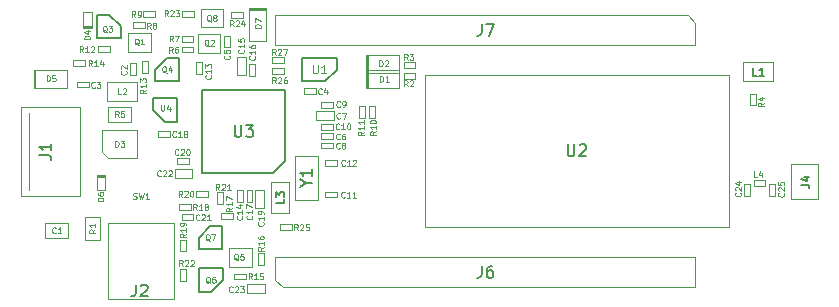
<source format=gbr>
G04 #@! TF.GenerationSoftware,KiCad,Pcbnew,5.1.0-060a0da~80~ubuntu16.04.1*
G04 #@! TF.CreationDate,2019-04-04T13:00:51+02:00*
G04 #@! TF.ProjectId,k2,6b322e6b-6963-4616-945f-706362585858,RevPB*
G04 #@! TF.SameCoordinates,Original*
G04 #@! TF.FileFunction,Other,Fab,Top*
%FSLAX46Y46*%
G04 Gerber Fmt 4.6, Leading zero omitted, Abs format (unit mm)*
G04 Created by KiCad (PCBNEW 5.1.0-060a0da~80~ubuntu16.04.1) date 2019-04-04 13:00:51*
%MOMM*%
%LPD*%
G04 APERTURE LIST*
%ADD10C,0.120000*%
%ADD11C,0.050000*%
%ADD12C,0.100000*%
%ADD13C,0.150000*%
%ADD14C,0.075000*%
%ADD15C,0.105000*%
G04 APERTURE END LIST*
D10*
X133033400Y-92071000D02*
X133033400Y-91309000D01*
X134532000Y-92071000D02*
X133033400Y-92071000D01*
X134532000Y-91309000D02*
X134532000Y-92071000D01*
X133033400Y-91309000D02*
X134532000Y-91309000D01*
X127121000Y-88186600D02*
X126359000Y-88186600D01*
X127121000Y-86688000D02*
X127121000Y-88186600D01*
X126359000Y-86688000D02*
X127121000Y-86688000D01*
X126359000Y-88186600D02*
X126359000Y-86688000D01*
X127869000Y-97963400D02*
X128631000Y-97963400D01*
X127869000Y-99462000D02*
X127869000Y-97963400D01*
X128631000Y-99462000D02*
X127869000Y-99462000D01*
X128631000Y-97963400D02*
X128631000Y-99462000D01*
X122566600Y-96169000D02*
X122566600Y-96931000D01*
X121068000Y-96169000D02*
X122566600Y-96169000D01*
X121068000Y-96931000D02*
X121068000Y-96169000D01*
X122566600Y-96931000D02*
X121068000Y-96931000D01*
X127223400Y-106711000D02*
X127223400Y-105949000D01*
X128722000Y-106711000D02*
X127223400Y-106711000D01*
X128722000Y-105949000D02*
X128722000Y-106711000D01*
X127223400Y-105949000D02*
X128722000Y-105949000D01*
D11*
X142247600Y-101117000D02*
X142247600Y-88188400D01*
X167977800Y-101117000D02*
X142247600Y-101117000D01*
X167977800Y-88188400D02*
X167977800Y-101117000D01*
X144584400Y-88188400D02*
X167977800Y-88188400D01*
X142273000Y-88188400D02*
X144584400Y-88188400D01*
X121014000Y-103970000D02*
X121014000Y-107221200D01*
X121014000Y-107221200D02*
X115426000Y-107221200D01*
X115426000Y-107221200D02*
X115426000Y-103970000D01*
X121014000Y-103970000D02*
X121014000Y-100718800D01*
X121014000Y-100718800D02*
X115426000Y-100718800D01*
X115426000Y-103970000D02*
X115426000Y-100718800D01*
X175081200Y-95767600D02*
X175513000Y-95767600D01*
X175513000Y-95767600D02*
X175563800Y-95767600D01*
X175563800Y-95767600D02*
X175563800Y-98688600D01*
X175563800Y-98688600D02*
X175081200Y-98688600D01*
X173201600Y-98688600D02*
X175081200Y-98688600D01*
X173201600Y-98688600D02*
X173201600Y-95767600D01*
X175081200Y-95767600D02*
X173201600Y-95767600D01*
D12*
X165150000Y-83805000D02*
X165150000Y-85710000D01*
X165150000Y-85710000D02*
X129590000Y-85710000D01*
X129590000Y-85710000D02*
X129590000Y-83170000D01*
X129590000Y-83170000D02*
X164515000Y-83170000D01*
X164515000Y-83170000D02*
X165150000Y-83805000D01*
X129590000Y-105575000D02*
X129590000Y-103670000D01*
X129590000Y-103670000D02*
X165150000Y-103670000D01*
X165150000Y-103670000D02*
X165150000Y-106210000D01*
X165150000Y-106210000D02*
X130225000Y-106210000D01*
X130225000Y-106210000D02*
X129590000Y-105575000D01*
X110050000Y-102000000D02*
X110050000Y-100760000D01*
X112050000Y-102000000D02*
X110050000Y-102000000D01*
X112050000Y-100760000D02*
X112050000Y-102000000D01*
X110050000Y-100760000D02*
X112050000Y-100760000D01*
D11*
X171755400Y-88727400D02*
X169190000Y-88727400D01*
X169190000Y-88727400D02*
X169190000Y-87152600D01*
X169190000Y-87152600D02*
X171755400Y-87152600D01*
X171755400Y-87152600D02*
X171755400Y-88727400D01*
X115314600Y-88842600D02*
X117880000Y-88842600D01*
X117880000Y-88842600D02*
X117880000Y-90417400D01*
X117880000Y-90417400D02*
X115314600Y-90417400D01*
X115314600Y-90417400D02*
X115314600Y-88842600D01*
X129192600Y-99865400D02*
X129192600Y-97300000D01*
X129192600Y-97300000D02*
X130767400Y-97300000D01*
X130767400Y-97300000D02*
X130767400Y-99865400D01*
X130767400Y-99865400D02*
X129192600Y-99865400D01*
D12*
X114740000Y-102210000D02*
X113500000Y-102210000D01*
X114740000Y-100210000D02*
X114740000Y-102210000D01*
X113500000Y-100210000D02*
X114740000Y-100210000D01*
X113500000Y-102210000D02*
X113500000Y-100210000D01*
X117400000Y-90930000D02*
X117400000Y-92170000D01*
X115400000Y-90930000D02*
X117400000Y-90930000D01*
X115400000Y-92170000D02*
X115400000Y-90930000D01*
X117400000Y-92170000D02*
X115400000Y-92170000D01*
D13*
X129400000Y-96490000D02*
X123400000Y-96490000D01*
X123400000Y-96490000D02*
X123400000Y-89490000D01*
X123400000Y-89490000D02*
X130400000Y-89490000D01*
X130400000Y-89490000D02*
X130400000Y-95490000D01*
X130400000Y-95490000D02*
X129400000Y-96490000D01*
X133810000Y-88770000D02*
X131810000Y-88770000D01*
X131810000Y-88770000D02*
X131810000Y-86770000D01*
X131810000Y-86770000D02*
X134810000Y-86770000D01*
X134810000Y-86770000D02*
X134810000Y-87770000D01*
X134810000Y-87770000D02*
X133810000Y-88770000D01*
D11*
X131219400Y-98768800D02*
X131219400Y-95111200D01*
X131219400Y-95111200D02*
X133200600Y-95111200D01*
X133200600Y-95111200D02*
X133200600Y-98768800D01*
X133200600Y-98768800D02*
X131219400Y-98768800D01*
D12*
X108010000Y-98440000D02*
X108010000Y-90940000D01*
X113010000Y-98440000D02*
X108010000Y-98440000D01*
X113010000Y-90940000D02*
X113010000Y-98440000D01*
X108010000Y-90940000D02*
X113010000Y-90940000D01*
X108710000Y-91440000D02*
X108710000Y-97940000D01*
D11*
X123244800Y-84152000D02*
X123244800Y-82628000D01*
X123244800Y-82628000D02*
X123244800Y-82602600D01*
X123244800Y-82602600D02*
X125175200Y-82602600D01*
X125175200Y-82602600D02*
X125175200Y-84177400D01*
X125175200Y-84177400D02*
X123244800Y-84177400D01*
X123244800Y-84177400D02*
X123244800Y-84152000D01*
X127575200Y-102918000D02*
X127575200Y-104442000D01*
X127575200Y-104442000D02*
X127575200Y-104467400D01*
X127575200Y-104467400D02*
X125644800Y-104467400D01*
X125644800Y-104467400D02*
X125644800Y-102892600D01*
X125644800Y-102892600D02*
X127575200Y-102892600D01*
X127575200Y-102892600D02*
X127575200Y-102918000D01*
X124935200Y-84808000D02*
X124935200Y-86332000D01*
X124935200Y-86332000D02*
X124935200Y-86357400D01*
X124935200Y-86357400D02*
X123004800Y-86357400D01*
X123004800Y-86357400D02*
X123004800Y-84782600D01*
X123004800Y-84782600D02*
X124935200Y-84782600D01*
X124935200Y-84782600D02*
X124935200Y-84808000D01*
X119055200Y-84708000D02*
X119055200Y-86232000D01*
X119055200Y-86232000D02*
X119055200Y-86257400D01*
X119055200Y-86257400D02*
X117124800Y-86257400D01*
X117124800Y-86257400D02*
X117124800Y-84682600D01*
X117124800Y-84682600D02*
X119055200Y-84682600D01*
X119055200Y-84682600D02*
X119055200Y-84708000D01*
D12*
X130300000Y-86740000D02*
X130300000Y-87240000D01*
X129300000Y-86740000D02*
X130300000Y-86740000D01*
X129300000Y-87240000D02*
X129300000Y-86740000D01*
X130300000Y-87240000D02*
X129300000Y-87240000D01*
X130300000Y-87640000D02*
X130300000Y-88140000D01*
X129300000Y-87640000D02*
X130300000Y-87640000D01*
X129300000Y-88140000D02*
X129300000Y-87640000D01*
X130300000Y-88140000D02*
X129300000Y-88140000D01*
X129970000Y-101380000D02*
X129970000Y-100880000D01*
X130970000Y-101380000D02*
X129970000Y-101380000D01*
X130970000Y-100880000D02*
X130970000Y-101380000D01*
X129970000Y-100880000D02*
X130970000Y-100880000D01*
X126820000Y-82880000D02*
X126820000Y-83380000D01*
X125820000Y-82880000D02*
X126820000Y-82880000D01*
X125820000Y-83380000D02*
X125820000Y-82880000D01*
X126820000Y-83380000D02*
X125820000Y-83380000D01*
X121660000Y-83300000D02*
X121660000Y-82800000D01*
X122660000Y-83300000D02*
X121660000Y-83300000D01*
X122660000Y-82800000D02*
X122660000Y-83300000D01*
X121660000Y-82800000D02*
X122660000Y-82800000D01*
X121980000Y-105630000D02*
X121480000Y-105630000D01*
X121980000Y-104630000D02*
X121980000Y-105630000D01*
X121480000Y-104630000D02*
X121980000Y-104630000D01*
X121480000Y-105630000D02*
X121480000Y-104630000D01*
X125120000Y-99130000D02*
X124620000Y-99130000D01*
X125120000Y-98130000D02*
X125120000Y-99130000D01*
X124620000Y-98130000D02*
X125120000Y-98130000D01*
X124620000Y-99130000D02*
X124620000Y-98130000D01*
X122870000Y-98530000D02*
X122870000Y-98030000D01*
X123870000Y-98530000D02*
X122870000Y-98530000D01*
X123870000Y-98030000D02*
X123870000Y-98530000D01*
X122870000Y-98030000D02*
X123870000Y-98030000D01*
X121990000Y-103160000D02*
X121490000Y-103160000D01*
X121990000Y-102160000D02*
X121990000Y-103160000D01*
X121490000Y-102160000D02*
X121990000Y-102160000D01*
X121490000Y-103160000D02*
X121490000Y-102160000D01*
X122440000Y-99170000D02*
X122440000Y-99670000D01*
X121440000Y-99170000D02*
X122440000Y-99170000D01*
X121440000Y-99670000D02*
X121440000Y-99170000D01*
X122440000Y-99670000D02*
X121440000Y-99670000D01*
X124980000Y-100420000D02*
X124980000Y-99920000D01*
X125980000Y-100420000D02*
X124980000Y-100420000D01*
X125980000Y-99920000D02*
X125980000Y-100420000D01*
X124980000Y-99920000D02*
X125980000Y-99920000D01*
X128120000Y-103270000D02*
X128620000Y-103270000D01*
X128120000Y-104270000D02*
X128120000Y-103270000D01*
X128620000Y-104270000D02*
X128120000Y-104270000D01*
X128620000Y-103270000D02*
X128620000Y-104270000D01*
X127110000Y-105030000D02*
X127110000Y-105530000D01*
X126110000Y-105030000D02*
X127110000Y-105030000D01*
X126110000Y-105530000D02*
X126110000Y-105030000D01*
X127110000Y-105530000D02*
X126110000Y-105530000D01*
X112470000Y-87420000D02*
X112470000Y-86920000D01*
X113470000Y-87420000D02*
X112470000Y-87420000D01*
X113470000Y-86920000D02*
X113470000Y-87420000D01*
X112470000Y-86920000D02*
X113470000Y-86920000D01*
X118760000Y-88070000D02*
X118260000Y-88070000D01*
X118760000Y-87070000D02*
X118760000Y-88070000D01*
X118260000Y-87070000D02*
X118760000Y-87070000D01*
X118260000Y-88070000D02*
X118260000Y-87070000D01*
X115540000Y-85790000D02*
X115540000Y-86290000D01*
X114540000Y-85790000D02*
X115540000Y-85790000D01*
X114540000Y-86290000D02*
X114540000Y-85790000D01*
X115540000Y-86290000D02*
X114540000Y-86290000D01*
X137140000Y-91830000D02*
X136640000Y-91830000D01*
X137140000Y-90830000D02*
X137140000Y-91830000D01*
X136640000Y-90830000D02*
X137140000Y-90830000D01*
X136640000Y-91830000D02*
X136640000Y-90830000D01*
X137540000Y-90830000D02*
X138040000Y-90830000D01*
X137540000Y-91830000D02*
X137540000Y-90830000D01*
X138040000Y-91830000D02*
X137540000Y-91830000D01*
X138040000Y-90830000D02*
X138040000Y-91830000D01*
X119410000Y-82840000D02*
X119410000Y-83340000D01*
X118410000Y-82840000D02*
X119410000Y-82840000D01*
X118410000Y-83340000D02*
X118410000Y-82840000D01*
X119410000Y-83340000D02*
X118410000Y-83340000D01*
X118510000Y-83740000D02*
X118510000Y-84240000D01*
X117510000Y-83740000D02*
X118510000Y-83740000D01*
X117510000Y-84240000D02*
X117510000Y-83740000D01*
X118510000Y-84240000D02*
X117510000Y-84240000D01*
X121650000Y-85410000D02*
X121650000Y-84910000D01*
X122650000Y-85410000D02*
X121650000Y-85410000D01*
X122650000Y-84910000D02*
X122650000Y-85410000D01*
X121650000Y-84910000D02*
X122650000Y-84910000D01*
X122650000Y-85810000D02*
X122650000Y-86310000D01*
X121650000Y-85810000D02*
X122650000Y-85810000D01*
X121650000Y-86310000D02*
X121650000Y-85810000D01*
X122650000Y-86310000D02*
X121650000Y-86310000D01*
X170250000Y-90800000D02*
X169750000Y-90800000D01*
X170250000Y-89800000D02*
X170250000Y-90800000D01*
X169750000Y-89800000D02*
X170250000Y-89800000D01*
X169750000Y-90800000D02*
X169750000Y-89800000D01*
X140440000Y-87620000D02*
X140440000Y-87120000D01*
X141440000Y-87620000D02*
X140440000Y-87620000D01*
X141440000Y-87120000D02*
X141440000Y-87620000D01*
X140440000Y-87120000D02*
X141440000Y-87120000D01*
X140440000Y-88520000D02*
X140440000Y-88020000D01*
X141440000Y-88520000D02*
X140440000Y-88520000D01*
X141440000Y-88020000D02*
X141440000Y-88520000D01*
X140440000Y-88020000D02*
X141440000Y-88020000D01*
X122640000Y-100020000D02*
X122640000Y-100520000D01*
X121640000Y-100020000D02*
X122640000Y-100020000D01*
X121640000Y-100520000D02*
X121640000Y-100020000D01*
X122640000Y-100520000D02*
X121640000Y-100520000D01*
X122240000Y-95220000D02*
X122240000Y-95720000D01*
X121240000Y-95220000D02*
X122240000Y-95220000D01*
X121240000Y-95720000D02*
X121240000Y-95220000D01*
X122240000Y-95720000D02*
X121240000Y-95720000D01*
X119640000Y-93470000D02*
X119640000Y-92970000D01*
X120640000Y-93470000D02*
X119640000Y-93470000D01*
X120640000Y-92970000D02*
X120640000Y-93470000D01*
X119640000Y-92970000D02*
X120640000Y-92970000D01*
X127140000Y-97990000D02*
X127640000Y-97990000D01*
X127140000Y-98990000D02*
X127140000Y-97990000D01*
X127640000Y-98990000D02*
X127140000Y-98990000D01*
X127640000Y-97990000D02*
X127640000Y-98990000D01*
X127890000Y-88270000D02*
X127390000Y-88270000D01*
X127890000Y-87270000D02*
X127890000Y-88270000D01*
X127390000Y-87270000D02*
X127890000Y-87270000D01*
X127390000Y-88270000D02*
X127390000Y-87270000D01*
X126840000Y-98990000D02*
X126340000Y-98990000D01*
X126840000Y-97990000D02*
X126840000Y-98990000D01*
X126340000Y-97990000D02*
X126840000Y-97990000D01*
X126340000Y-98990000D02*
X126340000Y-97990000D01*
X122840000Y-87160000D02*
X123340000Y-87160000D01*
X122840000Y-88160000D02*
X122840000Y-87160000D01*
X123340000Y-88160000D02*
X122840000Y-88160000D01*
X123340000Y-87160000D02*
X123340000Y-88160000D01*
X133810000Y-95940000D02*
X133810000Y-95440000D01*
X134810000Y-95940000D02*
X133810000Y-95940000D01*
X134810000Y-95440000D02*
X134810000Y-95940000D01*
X133810000Y-95440000D02*
X134810000Y-95440000D01*
X133780000Y-98590000D02*
X133780000Y-98090000D01*
X134780000Y-98590000D02*
X133780000Y-98590000D01*
X134780000Y-98090000D02*
X134780000Y-98590000D01*
X133780000Y-98090000D02*
X134780000Y-98090000D01*
X133430000Y-92840000D02*
X133430000Y-92340000D01*
X134430000Y-92840000D02*
X133430000Y-92840000D01*
X134430000Y-92340000D02*
X134430000Y-92840000D01*
X133430000Y-92340000D02*
X134430000Y-92340000D01*
X133470000Y-91000000D02*
X133470000Y-90500000D01*
X134470000Y-91000000D02*
X133470000Y-91000000D01*
X134470000Y-90500000D02*
X134470000Y-91000000D01*
X133470000Y-90500000D02*
X134470000Y-90500000D01*
X133430000Y-94440000D02*
X133430000Y-93940000D01*
X134430000Y-94440000D02*
X133430000Y-94440000D01*
X134430000Y-93940000D02*
X134430000Y-94440000D01*
X133430000Y-93940000D02*
X134430000Y-93940000D01*
X133430000Y-93640000D02*
X133430000Y-93140000D01*
X134430000Y-93640000D02*
X133430000Y-93640000D01*
X134430000Y-93140000D02*
X134430000Y-93640000D01*
X133430000Y-93140000D02*
X134430000Y-93140000D01*
X125730000Y-85890000D02*
X125230000Y-85890000D01*
X125730000Y-84890000D02*
X125730000Y-85890000D01*
X125230000Y-84890000D02*
X125730000Y-84890000D01*
X125230000Y-85890000D02*
X125230000Y-84890000D01*
X132010000Y-89800000D02*
X132010000Y-89300000D01*
X133010000Y-89800000D02*
X132010000Y-89800000D01*
X133010000Y-89300000D02*
X133010000Y-89800000D01*
X132010000Y-89300000D02*
X133010000Y-89300000D01*
X113780000Y-88780000D02*
X113780000Y-89280000D01*
X112780000Y-88780000D02*
X113780000Y-88780000D01*
X112780000Y-89280000D02*
X112780000Y-88780000D01*
X113780000Y-89280000D02*
X112780000Y-89280000D01*
X117760000Y-88240000D02*
X117260000Y-88240000D01*
X117760000Y-87240000D02*
X117760000Y-88240000D01*
X117260000Y-87240000D02*
X117760000Y-87240000D01*
X117260000Y-88240000D02*
X117260000Y-87240000D01*
D11*
X128796600Y-82685400D02*
X127348800Y-82685400D01*
X127374200Y-82634600D02*
X127348800Y-82634600D01*
X128796600Y-82634600D02*
X127374200Y-82634600D01*
X128796600Y-82583800D02*
X127348800Y-82583800D01*
X128796600Y-82533000D02*
X128796600Y-85327000D01*
X128796600Y-85327000D02*
X127323400Y-85327000D01*
X127323400Y-85327000D02*
X127323400Y-82533000D01*
X127323400Y-82533000D02*
X128796600Y-82533000D01*
X109265400Y-87823400D02*
X109265400Y-89271200D01*
X109214600Y-89245800D02*
X109214600Y-89271200D01*
X109214600Y-87823400D02*
X109214600Y-89245800D01*
X109163800Y-87823400D02*
X109163800Y-89271200D01*
X109113000Y-87823400D02*
X111907000Y-87823400D01*
X111907000Y-87823400D02*
X111907000Y-89296600D01*
X111907000Y-89296600D02*
X109113000Y-89296600D01*
X109113000Y-89296600D02*
X109113000Y-87823400D01*
X137385400Y-86553400D02*
X137385400Y-88001200D01*
X137334600Y-87975800D02*
X137334600Y-88001200D01*
X137334600Y-86553400D02*
X137334600Y-87975800D01*
X137283800Y-86553400D02*
X137283800Y-88001200D01*
X137233000Y-86553400D02*
X140027000Y-86553400D01*
X140027000Y-86553400D02*
X140027000Y-88026600D01*
X140027000Y-88026600D02*
X137233000Y-88026600D01*
X137233000Y-88026600D02*
X137233000Y-86553400D01*
X137385400Y-87833400D02*
X137385400Y-89281200D01*
X137334600Y-89255800D02*
X137334600Y-89281200D01*
X137334600Y-87833400D02*
X137334600Y-89255800D01*
X137283800Y-87833400D02*
X137283800Y-89281200D01*
X137233000Y-87833400D02*
X140027000Y-87833400D01*
X140027000Y-87833400D02*
X140027000Y-89306600D01*
X140027000Y-89306600D02*
X137233000Y-89306600D01*
X137233000Y-89306600D02*
X137233000Y-87833400D01*
X114045600Y-84165800D02*
X114045600Y-84216600D01*
X114045600Y-84216600D02*
X113334400Y-84216600D01*
X113334400Y-84216600D02*
X113334400Y-84165800D01*
X113334400Y-84064200D02*
X113334400Y-84165800D01*
X113334400Y-84165800D02*
X114045600Y-84165800D01*
X114045600Y-84165800D02*
X114045600Y-84140400D01*
X113334400Y-84115000D02*
X114045600Y-84115000D01*
X114045600Y-84115000D02*
X114045600Y-84089600D01*
X113334400Y-82972000D02*
X113334400Y-82921200D01*
X113334400Y-82921200D02*
X114045600Y-82921200D01*
X114045600Y-82921200D02*
X114045600Y-82972000D01*
X113334400Y-84038800D02*
X113334400Y-82972000D01*
X114045600Y-82972000D02*
X114045600Y-84064200D01*
X114045600Y-84064200D02*
X113334400Y-84064200D01*
X113334400Y-84064200D02*
X113334400Y-84038800D01*
X114454400Y-96724200D02*
X114454400Y-96673400D01*
X114454400Y-96673400D02*
X115165600Y-96673400D01*
X115165600Y-96673400D02*
X115165600Y-96724200D01*
X115165600Y-96825800D02*
X115165600Y-96724200D01*
X115165600Y-96724200D02*
X114454400Y-96724200D01*
X114454400Y-96724200D02*
X114454400Y-96749600D01*
X115165600Y-96775000D02*
X114454400Y-96775000D01*
X114454400Y-96775000D02*
X114454400Y-96800400D01*
X115165600Y-97918000D02*
X115165600Y-97968800D01*
X115165600Y-97968800D02*
X114454400Y-97968800D01*
X114454400Y-97968800D02*
X114454400Y-97918000D01*
X115165600Y-96851200D02*
X115165600Y-97918000D01*
X114454400Y-97918000D02*
X114454400Y-96825800D01*
X114454400Y-96825800D02*
X115165600Y-96825800D01*
X115165600Y-96825800D02*
X115165600Y-96851200D01*
D13*
X124080000Y-100990000D02*
X125080000Y-100990000D01*
X125080000Y-100990000D02*
X125080000Y-102990000D01*
X125080000Y-102990000D02*
X123080000Y-102990000D01*
X123080000Y-102990000D02*
X123080000Y-101990000D01*
X123080000Y-101990000D02*
X124080000Y-100990000D01*
X124110000Y-106580000D02*
X123110000Y-106580000D01*
X123110000Y-106580000D02*
X123110000Y-104580000D01*
X123110000Y-104580000D02*
X125110000Y-104580000D01*
X125110000Y-104580000D02*
X125110000Y-105580000D01*
X125110000Y-105580000D02*
X124110000Y-106580000D01*
X120420000Y-86770000D02*
X121420000Y-86770000D01*
X121420000Y-86770000D02*
X121420000Y-88770000D01*
X121420000Y-88770000D02*
X119420000Y-88770000D01*
X119420000Y-88770000D02*
X119420000Y-87770000D01*
X119420000Y-87770000D02*
X120420000Y-86770000D01*
X116490000Y-84110000D02*
X116490000Y-85110000D01*
X116490000Y-85110000D02*
X114490000Y-85110000D01*
X114490000Y-85110000D02*
X114490000Y-83110000D01*
X114490000Y-83110000D02*
X115490000Y-83110000D01*
X115490000Y-83110000D02*
X116490000Y-84110000D01*
X119230000Y-91170000D02*
X119230000Y-90170000D01*
X119230000Y-90170000D02*
X121230000Y-90170000D01*
X121230000Y-90170000D02*
X121230000Y-92170000D01*
X121230000Y-92170000D02*
X120230000Y-92170000D01*
X120230000Y-92170000D02*
X119230000Y-91170000D01*
D12*
X115390000Y-95280000D02*
X114890000Y-94780000D01*
X114890000Y-94780000D02*
X114890000Y-92880000D01*
X117890000Y-95280000D02*
X115390000Y-95280000D01*
X117890000Y-92880000D02*
X117890000Y-95280000D01*
X114890000Y-92880000D02*
X117890000Y-92880000D01*
X169260000Y-97440000D02*
X169760000Y-97440000D01*
X169260000Y-98440000D02*
X169260000Y-97440000D01*
X169760000Y-98440000D02*
X169260000Y-98440000D01*
X169760000Y-97440000D02*
X169760000Y-98440000D01*
X171900000Y-97440000D02*
X171900000Y-98440000D01*
X171900000Y-98440000D02*
X171400000Y-98440000D01*
X171400000Y-98440000D02*
X171400000Y-97440000D01*
X171400000Y-97440000D02*
X171900000Y-97440000D01*
X170080000Y-97640000D02*
X170080000Y-97140000D01*
X171080000Y-97640000D02*
X170080000Y-97640000D01*
X171080000Y-97140000D02*
X171080000Y-97640000D01*
X170080000Y-97140000D02*
X171080000Y-97140000D01*
D14*
X135066666Y-91878571D02*
X135042857Y-91902380D01*
X134971428Y-91926190D01*
X134923809Y-91926190D01*
X134852380Y-91902380D01*
X134804761Y-91854761D01*
X134780952Y-91807142D01*
X134757142Y-91711904D01*
X134757142Y-91640476D01*
X134780952Y-91545238D01*
X134804761Y-91497619D01*
X134852380Y-91450000D01*
X134923809Y-91426190D01*
X134971428Y-91426190D01*
X135042857Y-91450000D01*
X135066666Y-91473809D01*
X135233333Y-91426190D02*
X135566666Y-91426190D01*
X135352380Y-91926190D01*
X126888571Y-86071428D02*
X126912380Y-86095238D01*
X126936190Y-86166666D01*
X126936190Y-86214285D01*
X126912380Y-86285714D01*
X126864761Y-86333333D01*
X126817142Y-86357142D01*
X126721904Y-86380952D01*
X126650476Y-86380952D01*
X126555238Y-86357142D01*
X126507619Y-86333333D01*
X126460000Y-86285714D01*
X126436190Y-86214285D01*
X126436190Y-86166666D01*
X126460000Y-86095238D01*
X126483809Y-86071428D01*
X126936190Y-85595238D02*
X126936190Y-85880952D01*
X126936190Y-85738095D02*
X126436190Y-85738095D01*
X126507619Y-85785714D01*
X126555238Y-85833333D01*
X126579047Y-85880952D01*
X126436190Y-85142857D02*
X126436190Y-85380952D01*
X126674285Y-85404761D01*
X126650476Y-85380952D01*
X126626666Y-85333333D01*
X126626666Y-85214285D01*
X126650476Y-85166666D01*
X126674285Y-85142857D01*
X126721904Y-85119047D01*
X126840952Y-85119047D01*
X126888571Y-85142857D01*
X126912380Y-85166666D01*
X126936190Y-85214285D01*
X126936190Y-85333333D01*
X126912380Y-85380952D01*
X126888571Y-85404761D01*
X128538571Y-100681428D02*
X128562380Y-100705238D01*
X128586190Y-100776666D01*
X128586190Y-100824285D01*
X128562380Y-100895714D01*
X128514761Y-100943333D01*
X128467142Y-100967142D01*
X128371904Y-100990952D01*
X128300476Y-100990952D01*
X128205238Y-100967142D01*
X128157619Y-100943333D01*
X128110000Y-100895714D01*
X128086190Y-100824285D01*
X128086190Y-100776666D01*
X128110000Y-100705238D01*
X128133809Y-100681428D01*
X128586190Y-100205238D02*
X128586190Y-100490952D01*
X128586190Y-100348095D02*
X128086190Y-100348095D01*
X128157619Y-100395714D01*
X128205238Y-100443333D01*
X128229047Y-100490952D01*
X128586190Y-99967142D02*
X128586190Y-99871904D01*
X128562380Y-99824285D01*
X128538571Y-99800476D01*
X128467142Y-99752857D01*
X128371904Y-99729047D01*
X128181428Y-99729047D01*
X128133809Y-99752857D01*
X128110000Y-99776666D01*
X128086190Y-99824285D01*
X128086190Y-99919523D01*
X128110000Y-99967142D01*
X128133809Y-99990952D01*
X128181428Y-100014761D01*
X128300476Y-100014761D01*
X128348095Y-99990952D01*
X128371904Y-99967142D01*
X128395714Y-99919523D01*
X128395714Y-99824285D01*
X128371904Y-99776666D01*
X128348095Y-99752857D01*
X128300476Y-99729047D01*
X119878571Y-96748571D02*
X119854761Y-96772380D01*
X119783333Y-96796190D01*
X119735714Y-96796190D01*
X119664285Y-96772380D01*
X119616666Y-96724761D01*
X119592857Y-96677142D01*
X119569047Y-96581904D01*
X119569047Y-96510476D01*
X119592857Y-96415238D01*
X119616666Y-96367619D01*
X119664285Y-96320000D01*
X119735714Y-96296190D01*
X119783333Y-96296190D01*
X119854761Y-96320000D01*
X119878571Y-96343809D01*
X120069047Y-96343809D02*
X120092857Y-96320000D01*
X120140476Y-96296190D01*
X120259523Y-96296190D01*
X120307142Y-96320000D01*
X120330952Y-96343809D01*
X120354761Y-96391428D01*
X120354761Y-96439047D01*
X120330952Y-96510476D01*
X120045238Y-96796190D01*
X120354761Y-96796190D01*
X120545238Y-96343809D02*
X120569047Y-96320000D01*
X120616666Y-96296190D01*
X120735714Y-96296190D01*
X120783333Y-96320000D01*
X120807142Y-96343809D01*
X120830952Y-96391428D01*
X120830952Y-96439047D01*
X120807142Y-96510476D01*
X120521428Y-96796190D01*
X120830952Y-96796190D01*
X125958571Y-106558571D02*
X125934761Y-106582380D01*
X125863333Y-106606190D01*
X125815714Y-106606190D01*
X125744285Y-106582380D01*
X125696666Y-106534761D01*
X125672857Y-106487142D01*
X125649047Y-106391904D01*
X125649047Y-106320476D01*
X125672857Y-106225238D01*
X125696666Y-106177619D01*
X125744285Y-106130000D01*
X125815714Y-106106190D01*
X125863333Y-106106190D01*
X125934761Y-106130000D01*
X125958571Y-106153809D01*
X126149047Y-106153809D02*
X126172857Y-106130000D01*
X126220476Y-106106190D01*
X126339523Y-106106190D01*
X126387142Y-106130000D01*
X126410952Y-106153809D01*
X126434761Y-106201428D01*
X126434761Y-106249047D01*
X126410952Y-106320476D01*
X126125238Y-106606190D01*
X126434761Y-106606190D01*
X126601428Y-106106190D02*
X126910952Y-106106190D01*
X126744285Y-106296666D01*
X126815714Y-106296666D01*
X126863333Y-106320476D01*
X126887142Y-106344285D01*
X126910952Y-106391904D01*
X126910952Y-106510952D01*
X126887142Y-106558571D01*
X126863333Y-106582380D01*
X126815714Y-106606190D01*
X126672857Y-106606190D01*
X126625238Y-106582380D01*
X126601428Y-106558571D01*
D13*
X154338095Y-94092380D02*
X154338095Y-94901904D01*
X154385714Y-94997142D01*
X154433333Y-95044761D01*
X154528571Y-95092380D01*
X154719047Y-95092380D01*
X154814285Y-95044761D01*
X154861904Y-94997142D01*
X154909523Y-94901904D01*
X154909523Y-94092380D01*
X155338095Y-94187619D02*
X155385714Y-94140000D01*
X155480952Y-94092380D01*
X155719047Y-94092380D01*
X155814285Y-94140000D01*
X155861904Y-94187619D01*
X155909523Y-94282857D01*
X155909523Y-94378095D01*
X155861904Y-94520952D01*
X155290476Y-95092380D01*
X155909523Y-95092380D01*
X117766666Y-105962380D02*
X117766666Y-106676666D01*
X117719047Y-106819523D01*
X117623809Y-106914761D01*
X117480952Y-106962380D01*
X117385714Y-106962380D01*
X118195238Y-106057619D02*
X118242857Y-106010000D01*
X118338095Y-105962380D01*
X118576190Y-105962380D01*
X118671428Y-106010000D01*
X118719047Y-106057619D01*
X118766666Y-106152857D01*
X118766666Y-106248095D01*
X118719047Y-106390952D01*
X118147619Y-106962380D01*
X118766666Y-106962380D01*
X174096666Y-97533333D02*
X174596666Y-97533333D01*
X174696666Y-97566666D01*
X174763333Y-97633333D01*
X174796666Y-97733333D01*
X174796666Y-97800000D01*
X174330000Y-96900000D02*
X174796666Y-96900000D01*
X174063333Y-97066666D02*
X174563333Y-97233333D01*
X174563333Y-96800000D01*
X147036666Y-83892380D02*
X147036666Y-84606666D01*
X146989047Y-84749523D01*
X146893809Y-84844761D01*
X146750952Y-84892380D01*
X146655714Y-84892380D01*
X147417619Y-83892380D02*
X148084285Y-83892380D01*
X147655714Y-84892380D01*
X147036666Y-104392380D02*
X147036666Y-105106666D01*
X146989047Y-105249523D01*
X146893809Y-105344761D01*
X146750952Y-105392380D01*
X146655714Y-105392380D01*
X147941428Y-104392380D02*
X147750952Y-104392380D01*
X147655714Y-104440000D01*
X147608095Y-104487619D01*
X147512857Y-104630476D01*
X147465238Y-104820952D01*
X147465238Y-105201904D01*
X147512857Y-105297142D01*
X147560476Y-105344761D01*
X147655714Y-105392380D01*
X147846190Y-105392380D01*
X147941428Y-105344761D01*
X147989047Y-105297142D01*
X148036666Y-105201904D01*
X148036666Y-104963809D01*
X147989047Y-104868571D01*
X147941428Y-104820952D01*
X147846190Y-104773333D01*
X147655714Y-104773333D01*
X147560476Y-104820952D01*
X147512857Y-104868571D01*
X147465238Y-104963809D01*
D14*
X110986666Y-101568571D02*
X110962857Y-101592380D01*
X110891428Y-101616190D01*
X110843809Y-101616190D01*
X110772380Y-101592380D01*
X110724761Y-101544761D01*
X110700952Y-101497142D01*
X110677142Y-101401904D01*
X110677142Y-101330476D01*
X110700952Y-101235238D01*
X110724761Y-101187619D01*
X110772380Y-101140000D01*
X110843809Y-101116190D01*
X110891428Y-101116190D01*
X110962857Y-101140000D01*
X110986666Y-101163809D01*
X111462857Y-101616190D02*
X111177142Y-101616190D01*
X111320000Y-101616190D02*
X111320000Y-101116190D01*
X111272380Y-101187619D01*
X111224761Y-101235238D01*
X111177142Y-101259047D01*
D13*
X170363333Y-88296666D02*
X170030000Y-88296666D01*
X170030000Y-87596666D01*
X170963333Y-88296666D02*
X170563333Y-88296666D01*
X170763333Y-88296666D02*
X170763333Y-87596666D01*
X170696666Y-87696666D01*
X170630000Y-87763333D01*
X170563333Y-87796666D01*
D14*
X116526666Y-89856190D02*
X116288571Y-89856190D01*
X116288571Y-89356190D01*
X116669523Y-89403809D02*
X116693333Y-89380000D01*
X116740952Y-89356190D01*
X116860000Y-89356190D01*
X116907619Y-89380000D01*
X116931428Y-89403809D01*
X116955238Y-89451428D01*
X116955238Y-89499047D01*
X116931428Y-89570476D01*
X116645714Y-89856190D01*
X116955238Y-89856190D01*
D13*
X130347466Y-98712066D02*
X130347466Y-99045400D01*
X129647466Y-99045400D01*
X129647466Y-98545400D02*
X129647466Y-98112066D01*
X129914133Y-98345400D01*
X129914133Y-98245400D01*
X129947466Y-98178733D01*
X129980800Y-98145400D01*
X130047466Y-98112066D01*
X130214133Y-98112066D01*
X130280800Y-98145400D01*
X130314133Y-98178733D01*
X130347466Y-98245400D01*
X130347466Y-98445400D01*
X130314133Y-98512066D01*
X130280800Y-98545400D01*
D14*
X114346190Y-101293333D02*
X114108095Y-101460000D01*
X114346190Y-101579047D02*
X113846190Y-101579047D01*
X113846190Y-101388571D01*
X113870000Y-101340952D01*
X113893809Y-101317142D01*
X113941428Y-101293333D01*
X114012857Y-101293333D01*
X114060476Y-101317142D01*
X114084285Y-101340952D01*
X114108095Y-101388571D01*
X114108095Y-101579047D01*
X114346190Y-100817142D02*
X114346190Y-101102857D01*
X114346190Y-100960000D02*
X113846190Y-100960000D01*
X113917619Y-101007619D01*
X113965238Y-101055238D01*
X113989047Y-101102857D01*
X116316666Y-91776190D02*
X116150000Y-91538095D01*
X116030952Y-91776190D02*
X116030952Y-91276190D01*
X116221428Y-91276190D01*
X116269047Y-91300000D01*
X116292857Y-91323809D01*
X116316666Y-91371428D01*
X116316666Y-91442857D01*
X116292857Y-91490476D01*
X116269047Y-91514285D01*
X116221428Y-91538095D01*
X116030952Y-91538095D01*
X116769047Y-91276190D02*
X116530952Y-91276190D01*
X116507142Y-91514285D01*
X116530952Y-91490476D01*
X116578571Y-91466666D01*
X116697619Y-91466666D01*
X116745238Y-91490476D01*
X116769047Y-91514285D01*
X116792857Y-91561904D01*
X116792857Y-91680952D01*
X116769047Y-91728571D01*
X116745238Y-91752380D01*
X116697619Y-91776190D01*
X116578571Y-91776190D01*
X116530952Y-91752380D01*
X116507142Y-91728571D01*
D13*
X126138095Y-92442380D02*
X126138095Y-93251904D01*
X126185714Y-93347142D01*
X126233333Y-93394761D01*
X126328571Y-93442380D01*
X126519047Y-93442380D01*
X126614285Y-93394761D01*
X126661904Y-93347142D01*
X126709523Y-93251904D01*
X126709523Y-92442380D01*
X127090476Y-92442380D02*
X127709523Y-92442380D01*
X127376190Y-92823333D01*
X127519047Y-92823333D01*
X127614285Y-92870952D01*
X127661904Y-92918571D01*
X127709523Y-93013809D01*
X127709523Y-93251904D01*
X127661904Y-93347142D01*
X127614285Y-93394761D01*
X127519047Y-93442380D01*
X127233333Y-93442380D01*
X127138095Y-93394761D01*
X127090476Y-93347142D01*
D15*
X132776666Y-87386666D02*
X132776666Y-87953333D01*
X132810000Y-88020000D01*
X132843333Y-88053333D01*
X132910000Y-88086666D01*
X133043333Y-88086666D01*
X133110000Y-88053333D01*
X133143333Y-88020000D01*
X133176666Y-87953333D01*
X133176666Y-87386666D01*
X133876666Y-88086666D02*
X133476666Y-88086666D01*
X133676666Y-88086666D02*
X133676666Y-87386666D01*
X133610000Y-87486666D01*
X133543333Y-87553333D01*
X133476666Y-87586666D01*
D13*
X132186190Y-97396190D02*
X132662380Y-97396190D01*
X131662380Y-97729523D02*
X132186190Y-97396190D01*
X131662380Y-97062857D01*
X132662380Y-96205714D02*
X132662380Y-96777142D01*
X132662380Y-96491428D02*
X131662380Y-96491428D01*
X131805238Y-96586666D01*
X131900476Y-96681904D01*
X131948095Y-96777142D01*
X109612380Y-95023333D02*
X110326666Y-95023333D01*
X110469523Y-95070952D01*
X110564761Y-95166190D01*
X110612380Y-95309047D01*
X110612380Y-95404285D01*
X110612380Y-94023333D02*
X110612380Y-94594761D01*
X110612380Y-94309047D02*
X109612380Y-94309047D01*
X109755238Y-94404285D01*
X109850476Y-94499523D01*
X109898095Y-94594761D01*
D14*
X124152380Y-83693809D02*
X124104761Y-83670000D01*
X124057142Y-83622380D01*
X123985714Y-83550952D01*
X123938095Y-83527142D01*
X123890476Y-83527142D01*
X123914285Y-83646190D02*
X123866666Y-83622380D01*
X123819047Y-83574761D01*
X123795238Y-83479523D01*
X123795238Y-83312857D01*
X123819047Y-83217619D01*
X123866666Y-83170000D01*
X123914285Y-83146190D01*
X124009523Y-83146190D01*
X124057142Y-83170000D01*
X124104761Y-83217619D01*
X124128571Y-83312857D01*
X124128571Y-83479523D01*
X124104761Y-83574761D01*
X124057142Y-83622380D01*
X124009523Y-83646190D01*
X123914285Y-83646190D01*
X124414285Y-83360476D02*
X124366666Y-83336666D01*
X124342857Y-83312857D01*
X124319047Y-83265238D01*
X124319047Y-83241428D01*
X124342857Y-83193809D01*
X124366666Y-83170000D01*
X124414285Y-83146190D01*
X124509523Y-83146190D01*
X124557142Y-83170000D01*
X124580952Y-83193809D01*
X124604761Y-83241428D01*
X124604761Y-83265238D01*
X124580952Y-83312857D01*
X124557142Y-83336666D01*
X124509523Y-83360476D01*
X124414285Y-83360476D01*
X124366666Y-83384285D01*
X124342857Y-83408095D01*
X124319047Y-83455714D01*
X124319047Y-83550952D01*
X124342857Y-83598571D01*
X124366666Y-83622380D01*
X124414285Y-83646190D01*
X124509523Y-83646190D01*
X124557142Y-83622380D01*
X124580952Y-83598571D01*
X124604761Y-83550952D01*
X124604761Y-83455714D01*
X124580952Y-83408095D01*
X124557142Y-83384285D01*
X124509523Y-83360476D01*
X126452380Y-103913809D02*
X126404761Y-103890000D01*
X126357142Y-103842380D01*
X126285714Y-103770952D01*
X126238095Y-103747142D01*
X126190476Y-103747142D01*
X126214285Y-103866190D02*
X126166666Y-103842380D01*
X126119047Y-103794761D01*
X126095238Y-103699523D01*
X126095238Y-103532857D01*
X126119047Y-103437619D01*
X126166666Y-103390000D01*
X126214285Y-103366190D01*
X126309523Y-103366190D01*
X126357142Y-103390000D01*
X126404761Y-103437619D01*
X126428571Y-103532857D01*
X126428571Y-103699523D01*
X126404761Y-103794761D01*
X126357142Y-103842380D01*
X126309523Y-103866190D01*
X126214285Y-103866190D01*
X126880952Y-103366190D02*
X126642857Y-103366190D01*
X126619047Y-103604285D01*
X126642857Y-103580476D01*
X126690476Y-103556666D01*
X126809523Y-103556666D01*
X126857142Y-103580476D01*
X126880952Y-103604285D01*
X126904761Y-103651904D01*
X126904761Y-103770952D01*
X126880952Y-103818571D01*
X126857142Y-103842380D01*
X126809523Y-103866190D01*
X126690476Y-103866190D01*
X126642857Y-103842380D01*
X126619047Y-103818571D01*
X123942380Y-85783809D02*
X123894761Y-85760000D01*
X123847142Y-85712380D01*
X123775714Y-85640952D01*
X123728095Y-85617142D01*
X123680476Y-85617142D01*
X123704285Y-85736190D02*
X123656666Y-85712380D01*
X123609047Y-85664761D01*
X123585238Y-85569523D01*
X123585238Y-85402857D01*
X123609047Y-85307619D01*
X123656666Y-85260000D01*
X123704285Y-85236190D01*
X123799523Y-85236190D01*
X123847142Y-85260000D01*
X123894761Y-85307619D01*
X123918571Y-85402857D01*
X123918571Y-85569523D01*
X123894761Y-85664761D01*
X123847142Y-85712380D01*
X123799523Y-85736190D01*
X123704285Y-85736190D01*
X124109047Y-85283809D02*
X124132857Y-85260000D01*
X124180476Y-85236190D01*
X124299523Y-85236190D01*
X124347142Y-85260000D01*
X124370952Y-85283809D01*
X124394761Y-85331428D01*
X124394761Y-85379047D01*
X124370952Y-85450476D01*
X124085238Y-85736190D01*
X124394761Y-85736190D01*
X118022380Y-85683809D02*
X117974761Y-85660000D01*
X117927142Y-85612380D01*
X117855714Y-85540952D01*
X117808095Y-85517142D01*
X117760476Y-85517142D01*
X117784285Y-85636190D02*
X117736666Y-85612380D01*
X117689047Y-85564761D01*
X117665238Y-85469523D01*
X117665238Y-85302857D01*
X117689047Y-85207619D01*
X117736666Y-85160000D01*
X117784285Y-85136190D01*
X117879523Y-85136190D01*
X117927142Y-85160000D01*
X117974761Y-85207619D01*
X117998571Y-85302857D01*
X117998571Y-85469523D01*
X117974761Y-85564761D01*
X117927142Y-85612380D01*
X117879523Y-85636190D01*
X117784285Y-85636190D01*
X118474761Y-85636190D02*
X118189047Y-85636190D01*
X118331904Y-85636190D02*
X118331904Y-85136190D01*
X118284285Y-85207619D01*
X118236666Y-85255238D01*
X118189047Y-85279047D01*
X129618571Y-86516190D02*
X129451904Y-86278095D01*
X129332857Y-86516190D02*
X129332857Y-86016190D01*
X129523333Y-86016190D01*
X129570952Y-86040000D01*
X129594761Y-86063809D01*
X129618571Y-86111428D01*
X129618571Y-86182857D01*
X129594761Y-86230476D01*
X129570952Y-86254285D01*
X129523333Y-86278095D01*
X129332857Y-86278095D01*
X129809047Y-86063809D02*
X129832857Y-86040000D01*
X129880476Y-86016190D01*
X129999523Y-86016190D01*
X130047142Y-86040000D01*
X130070952Y-86063809D01*
X130094761Y-86111428D01*
X130094761Y-86159047D01*
X130070952Y-86230476D01*
X129785238Y-86516190D01*
X130094761Y-86516190D01*
X130261428Y-86016190D02*
X130594761Y-86016190D01*
X130380476Y-86516190D01*
X129618571Y-88916190D02*
X129451904Y-88678095D01*
X129332857Y-88916190D02*
X129332857Y-88416190D01*
X129523333Y-88416190D01*
X129570952Y-88440000D01*
X129594761Y-88463809D01*
X129618571Y-88511428D01*
X129618571Y-88582857D01*
X129594761Y-88630476D01*
X129570952Y-88654285D01*
X129523333Y-88678095D01*
X129332857Y-88678095D01*
X129809047Y-88463809D02*
X129832857Y-88440000D01*
X129880476Y-88416190D01*
X129999523Y-88416190D01*
X130047142Y-88440000D01*
X130070952Y-88463809D01*
X130094761Y-88511428D01*
X130094761Y-88559047D01*
X130070952Y-88630476D01*
X129785238Y-88916190D01*
X130094761Y-88916190D01*
X130523333Y-88416190D02*
X130428095Y-88416190D01*
X130380476Y-88440000D01*
X130356666Y-88463809D01*
X130309047Y-88535238D01*
X130285238Y-88630476D01*
X130285238Y-88820952D01*
X130309047Y-88868571D01*
X130332857Y-88892380D01*
X130380476Y-88916190D01*
X130475714Y-88916190D01*
X130523333Y-88892380D01*
X130547142Y-88868571D01*
X130570952Y-88820952D01*
X130570952Y-88701904D01*
X130547142Y-88654285D01*
X130523333Y-88630476D01*
X130475714Y-88606666D01*
X130380476Y-88606666D01*
X130332857Y-88630476D01*
X130309047Y-88654285D01*
X130285238Y-88701904D01*
X131488571Y-101366190D02*
X131321904Y-101128095D01*
X131202857Y-101366190D02*
X131202857Y-100866190D01*
X131393333Y-100866190D01*
X131440952Y-100890000D01*
X131464761Y-100913809D01*
X131488571Y-100961428D01*
X131488571Y-101032857D01*
X131464761Y-101080476D01*
X131440952Y-101104285D01*
X131393333Y-101128095D01*
X131202857Y-101128095D01*
X131679047Y-100913809D02*
X131702857Y-100890000D01*
X131750476Y-100866190D01*
X131869523Y-100866190D01*
X131917142Y-100890000D01*
X131940952Y-100913809D01*
X131964761Y-100961428D01*
X131964761Y-101009047D01*
X131940952Y-101080476D01*
X131655238Y-101366190D01*
X131964761Y-101366190D01*
X132417142Y-100866190D02*
X132179047Y-100866190D01*
X132155238Y-101104285D01*
X132179047Y-101080476D01*
X132226666Y-101056666D01*
X132345714Y-101056666D01*
X132393333Y-101080476D01*
X132417142Y-101104285D01*
X132440952Y-101151904D01*
X132440952Y-101270952D01*
X132417142Y-101318571D01*
X132393333Y-101342380D01*
X132345714Y-101366190D01*
X132226666Y-101366190D01*
X132179047Y-101342380D01*
X132155238Y-101318571D01*
X126048571Y-84106190D02*
X125881904Y-83868095D01*
X125762857Y-84106190D02*
X125762857Y-83606190D01*
X125953333Y-83606190D01*
X126000952Y-83630000D01*
X126024761Y-83653809D01*
X126048571Y-83701428D01*
X126048571Y-83772857D01*
X126024761Y-83820476D01*
X126000952Y-83844285D01*
X125953333Y-83868095D01*
X125762857Y-83868095D01*
X126239047Y-83653809D02*
X126262857Y-83630000D01*
X126310476Y-83606190D01*
X126429523Y-83606190D01*
X126477142Y-83630000D01*
X126500952Y-83653809D01*
X126524761Y-83701428D01*
X126524761Y-83749047D01*
X126500952Y-83820476D01*
X126215238Y-84106190D01*
X126524761Y-84106190D01*
X126953333Y-83772857D02*
X126953333Y-84106190D01*
X126834285Y-83582380D02*
X126715238Y-83939523D01*
X127024761Y-83939523D01*
X120488571Y-83246190D02*
X120321904Y-83008095D01*
X120202857Y-83246190D02*
X120202857Y-82746190D01*
X120393333Y-82746190D01*
X120440952Y-82770000D01*
X120464761Y-82793809D01*
X120488571Y-82841428D01*
X120488571Y-82912857D01*
X120464761Y-82960476D01*
X120440952Y-82984285D01*
X120393333Y-83008095D01*
X120202857Y-83008095D01*
X120679047Y-82793809D02*
X120702857Y-82770000D01*
X120750476Y-82746190D01*
X120869523Y-82746190D01*
X120917142Y-82770000D01*
X120940952Y-82793809D01*
X120964761Y-82841428D01*
X120964761Y-82889047D01*
X120940952Y-82960476D01*
X120655238Y-83246190D01*
X120964761Y-83246190D01*
X121131428Y-82746190D02*
X121440952Y-82746190D01*
X121274285Y-82936666D01*
X121345714Y-82936666D01*
X121393333Y-82960476D01*
X121417142Y-82984285D01*
X121440952Y-83031904D01*
X121440952Y-83150952D01*
X121417142Y-83198571D01*
X121393333Y-83222380D01*
X121345714Y-83246190D01*
X121202857Y-83246190D01*
X121155238Y-83222380D01*
X121131428Y-83198571D01*
X121738571Y-104396190D02*
X121571904Y-104158095D01*
X121452857Y-104396190D02*
X121452857Y-103896190D01*
X121643333Y-103896190D01*
X121690952Y-103920000D01*
X121714761Y-103943809D01*
X121738571Y-103991428D01*
X121738571Y-104062857D01*
X121714761Y-104110476D01*
X121690952Y-104134285D01*
X121643333Y-104158095D01*
X121452857Y-104158095D01*
X121929047Y-103943809D02*
X121952857Y-103920000D01*
X122000476Y-103896190D01*
X122119523Y-103896190D01*
X122167142Y-103920000D01*
X122190952Y-103943809D01*
X122214761Y-103991428D01*
X122214761Y-104039047D01*
X122190952Y-104110476D01*
X121905238Y-104396190D01*
X122214761Y-104396190D01*
X122405238Y-103943809D02*
X122429047Y-103920000D01*
X122476666Y-103896190D01*
X122595714Y-103896190D01*
X122643333Y-103920000D01*
X122667142Y-103943809D01*
X122690952Y-103991428D01*
X122690952Y-104039047D01*
X122667142Y-104110476D01*
X122381428Y-104396190D01*
X122690952Y-104396190D01*
X124848571Y-97956190D02*
X124681904Y-97718095D01*
X124562857Y-97956190D02*
X124562857Y-97456190D01*
X124753333Y-97456190D01*
X124800952Y-97480000D01*
X124824761Y-97503809D01*
X124848571Y-97551428D01*
X124848571Y-97622857D01*
X124824761Y-97670476D01*
X124800952Y-97694285D01*
X124753333Y-97718095D01*
X124562857Y-97718095D01*
X125039047Y-97503809D02*
X125062857Y-97480000D01*
X125110476Y-97456190D01*
X125229523Y-97456190D01*
X125277142Y-97480000D01*
X125300952Y-97503809D01*
X125324761Y-97551428D01*
X125324761Y-97599047D01*
X125300952Y-97670476D01*
X125015238Y-97956190D01*
X125324761Y-97956190D01*
X125800952Y-97956190D02*
X125515238Y-97956190D01*
X125658095Y-97956190D02*
X125658095Y-97456190D01*
X125610476Y-97527619D01*
X125562857Y-97575238D01*
X125515238Y-97599047D01*
X121698571Y-98526190D02*
X121531904Y-98288095D01*
X121412857Y-98526190D02*
X121412857Y-98026190D01*
X121603333Y-98026190D01*
X121650952Y-98050000D01*
X121674761Y-98073809D01*
X121698571Y-98121428D01*
X121698571Y-98192857D01*
X121674761Y-98240476D01*
X121650952Y-98264285D01*
X121603333Y-98288095D01*
X121412857Y-98288095D01*
X121889047Y-98073809D02*
X121912857Y-98050000D01*
X121960476Y-98026190D01*
X122079523Y-98026190D01*
X122127142Y-98050000D01*
X122150952Y-98073809D01*
X122174761Y-98121428D01*
X122174761Y-98169047D01*
X122150952Y-98240476D01*
X121865238Y-98526190D01*
X122174761Y-98526190D01*
X122484285Y-98026190D02*
X122531904Y-98026190D01*
X122579523Y-98050000D01*
X122603333Y-98073809D01*
X122627142Y-98121428D01*
X122650952Y-98216666D01*
X122650952Y-98335714D01*
X122627142Y-98430952D01*
X122603333Y-98478571D01*
X122579523Y-98502380D01*
X122531904Y-98526190D01*
X122484285Y-98526190D01*
X122436666Y-98502380D01*
X122412857Y-98478571D01*
X122389047Y-98430952D01*
X122365238Y-98335714D01*
X122365238Y-98216666D01*
X122389047Y-98121428D01*
X122412857Y-98073809D01*
X122436666Y-98050000D01*
X122484285Y-98026190D01*
X122006190Y-101671428D02*
X121768095Y-101838095D01*
X122006190Y-101957142D02*
X121506190Y-101957142D01*
X121506190Y-101766666D01*
X121530000Y-101719047D01*
X121553809Y-101695238D01*
X121601428Y-101671428D01*
X121672857Y-101671428D01*
X121720476Y-101695238D01*
X121744285Y-101719047D01*
X121768095Y-101766666D01*
X121768095Y-101957142D01*
X122006190Y-101195238D02*
X122006190Y-101480952D01*
X122006190Y-101338095D02*
X121506190Y-101338095D01*
X121577619Y-101385714D01*
X121625238Y-101433333D01*
X121649047Y-101480952D01*
X122006190Y-100957142D02*
X122006190Y-100861904D01*
X121982380Y-100814285D01*
X121958571Y-100790476D01*
X121887142Y-100742857D01*
X121791904Y-100719047D01*
X121601428Y-100719047D01*
X121553809Y-100742857D01*
X121530000Y-100766666D01*
X121506190Y-100814285D01*
X121506190Y-100909523D01*
X121530000Y-100957142D01*
X121553809Y-100980952D01*
X121601428Y-101004761D01*
X121720476Y-101004761D01*
X121768095Y-100980952D01*
X121791904Y-100957142D01*
X121815714Y-100909523D01*
X121815714Y-100814285D01*
X121791904Y-100766666D01*
X121768095Y-100742857D01*
X121720476Y-100719047D01*
X122928571Y-99646190D02*
X122761904Y-99408095D01*
X122642857Y-99646190D02*
X122642857Y-99146190D01*
X122833333Y-99146190D01*
X122880952Y-99170000D01*
X122904761Y-99193809D01*
X122928571Y-99241428D01*
X122928571Y-99312857D01*
X122904761Y-99360476D01*
X122880952Y-99384285D01*
X122833333Y-99408095D01*
X122642857Y-99408095D01*
X123404761Y-99646190D02*
X123119047Y-99646190D01*
X123261904Y-99646190D02*
X123261904Y-99146190D01*
X123214285Y-99217619D01*
X123166666Y-99265238D01*
X123119047Y-99289047D01*
X123690476Y-99360476D02*
X123642857Y-99336666D01*
X123619047Y-99312857D01*
X123595238Y-99265238D01*
X123595238Y-99241428D01*
X123619047Y-99193809D01*
X123642857Y-99170000D01*
X123690476Y-99146190D01*
X123785714Y-99146190D01*
X123833333Y-99170000D01*
X123857142Y-99193809D01*
X123880952Y-99241428D01*
X123880952Y-99265238D01*
X123857142Y-99312857D01*
X123833333Y-99336666D01*
X123785714Y-99360476D01*
X123690476Y-99360476D01*
X123642857Y-99384285D01*
X123619047Y-99408095D01*
X123595238Y-99455714D01*
X123595238Y-99550952D01*
X123619047Y-99598571D01*
X123642857Y-99622380D01*
X123690476Y-99646190D01*
X123785714Y-99646190D01*
X123833333Y-99622380D01*
X123857142Y-99598571D01*
X123880952Y-99550952D01*
X123880952Y-99455714D01*
X123857142Y-99408095D01*
X123833333Y-99384285D01*
X123785714Y-99360476D01*
X125936190Y-99461428D02*
X125698095Y-99628095D01*
X125936190Y-99747142D02*
X125436190Y-99747142D01*
X125436190Y-99556666D01*
X125460000Y-99509047D01*
X125483809Y-99485238D01*
X125531428Y-99461428D01*
X125602857Y-99461428D01*
X125650476Y-99485238D01*
X125674285Y-99509047D01*
X125698095Y-99556666D01*
X125698095Y-99747142D01*
X125936190Y-98985238D02*
X125936190Y-99270952D01*
X125936190Y-99128095D02*
X125436190Y-99128095D01*
X125507619Y-99175714D01*
X125555238Y-99223333D01*
X125579047Y-99270952D01*
X125436190Y-98818571D02*
X125436190Y-98485238D01*
X125936190Y-98699523D01*
X128596190Y-102801428D02*
X128358095Y-102968095D01*
X128596190Y-103087142D02*
X128096190Y-103087142D01*
X128096190Y-102896666D01*
X128120000Y-102849047D01*
X128143809Y-102825238D01*
X128191428Y-102801428D01*
X128262857Y-102801428D01*
X128310476Y-102825238D01*
X128334285Y-102849047D01*
X128358095Y-102896666D01*
X128358095Y-103087142D01*
X128596190Y-102325238D02*
X128596190Y-102610952D01*
X128596190Y-102468095D02*
X128096190Y-102468095D01*
X128167619Y-102515714D01*
X128215238Y-102563333D01*
X128239047Y-102610952D01*
X128096190Y-101896666D02*
X128096190Y-101991904D01*
X128120000Y-102039523D01*
X128143809Y-102063333D01*
X128215238Y-102110952D01*
X128310476Y-102134761D01*
X128500952Y-102134761D01*
X128548571Y-102110952D01*
X128572380Y-102087142D01*
X128596190Y-102039523D01*
X128596190Y-101944285D01*
X128572380Y-101896666D01*
X128548571Y-101872857D01*
X128500952Y-101849047D01*
X128381904Y-101849047D01*
X128334285Y-101872857D01*
X128310476Y-101896666D01*
X128286666Y-101944285D01*
X128286666Y-102039523D01*
X128310476Y-102087142D01*
X128334285Y-102110952D01*
X128381904Y-102134761D01*
X127598571Y-105516190D02*
X127431904Y-105278095D01*
X127312857Y-105516190D02*
X127312857Y-105016190D01*
X127503333Y-105016190D01*
X127550952Y-105040000D01*
X127574761Y-105063809D01*
X127598571Y-105111428D01*
X127598571Y-105182857D01*
X127574761Y-105230476D01*
X127550952Y-105254285D01*
X127503333Y-105278095D01*
X127312857Y-105278095D01*
X128074761Y-105516190D02*
X127789047Y-105516190D01*
X127931904Y-105516190D02*
X127931904Y-105016190D01*
X127884285Y-105087619D01*
X127836666Y-105135238D01*
X127789047Y-105159047D01*
X128527142Y-105016190D02*
X128289047Y-105016190D01*
X128265238Y-105254285D01*
X128289047Y-105230476D01*
X128336666Y-105206666D01*
X128455714Y-105206666D01*
X128503333Y-105230476D01*
X128527142Y-105254285D01*
X128550952Y-105301904D01*
X128550952Y-105420952D01*
X128527142Y-105468571D01*
X128503333Y-105492380D01*
X128455714Y-105516190D01*
X128336666Y-105516190D01*
X128289047Y-105492380D01*
X128265238Y-105468571D01*
X114058571Y-87476190D02*
X113891904Y-87238095D01*
X113772857Y-87476190D02*
X113772857Y-86976190D01*
X113963333Y-86976190D01*
X114010952Y-87000000D01*
X114034761Y-87023809D01*
X114058571Y-87071428D01*
X114058571Y-87142857D01*
X114034761Y-87190476D01*
X114010952Y-87214285D01*
X113963333Y-87238095D01*
X113772857Y-87238095D01*
X114534761Y-87476190D02*
X114249047Y-87476190D01*
X114391904Y-87476190D02*
X114391904Y-86976190D01*
X114344285Y-87047619D01*
X114296666Y-87095238D01*
X114249047Y-87119047D01*
X114963333Y-87142857D02*
X114963333Y-87476190D01*
X114844285Y-86952380D02*
X114725238Y-87309523D01*
X115034761Y-87309523D01*
X118626190Y-89461428D02*
X118388095Y-89628095D01*
X118626190Y-89747142D02*
X118126190Y-89747142D01*
X118126190Y-89556666D01*
X118150000Y-89509047D01*
X118173809Y-89485238D01*
X118221428Y-89461428D01*
X118292857Y-89461428D01*
X118340476Y-89485238D01*
X118364285Y-89509047D01*
X118388095Y-89556666D01*
X118388095Y-89747142D01*
X118626190Y-88985238D02*
X118626190Y-89270952D01*
X118626190Y-89128095D02*
X118126190Y-89128095D01*
X118197619Y-89175714D01*
X118245238Y-89223333D01*
X118269047Y-89270952D01*
X118126190Y-88818571D02*
X118126190Y-88509047D01*
X118316666Y-88675714D01*
X118316666Y-88604285D01*
X118340476Y-88556666D01*
X118364285Y-88532857D01*
X118411904Y-88509047D01*
X118530952Y-88509047D01*
X118578571Y-88532857D01*
X118602380Y-88556666D01*
X118626190Y-88604285D01*
X118626190Y-88747142D01*
X118602380Y-88794761D01*
X118578571Y-88818571D01*
X113308571Y-86286190D02*
X113141904Y-86048095D01*
X113022857Y-86286190D02*
X113022857Y-85786190D01*
X113213333Y-85786190D01*
X113260952Y-85810000D01*
X113284761Y-85833809D01*
X113308571Y-85881428D01*
X113308571Y-85952857D01*
X113284761Y-86000476D01*
X113260952Y-86024285D01*
X113213333Y-86048095D01*
X113022857Y-86048095D01*
X113784761Y-86286190D02*
X113499047Y-86286190D01*
X113641904Y-86286190D02*
X113641904Y-85786190D01*
X113594285Y-85857619D01*
X113546666Y-85905238D01*
X113499047Y-85929047D01*
X113975238Y-85833809D02*
X113999047Y-85810000D01*
X114046666Y-85786190D01*
X114165714Y-85786190D01*
X114213333Y-85810000D01*
X114237142Y-85833809D01*
X114260952Y-85881428D01*
X114260952Y-85929047D01*
X114237142Y-86000476D01*
X113951428Y-86286190D01*
X114260952Y-86286190D01*
X137086190Y-93021428D02*
X136848095Y-93188095D01*
X137086190Y-93307142D02*
X136586190Y-93307142D01*
X136586190Y-93116666D01*
X136610000Y-93069047D01*
X136633809Y-93045238D01*
X136681428Y-93021428D01*
X136752857Y-93021428D01*
X136800476Y-93045238D01*
X136824285Y-93069047D01*
X136848095Y-93116666D01*
X136848095Y-93307142D01*
X137086190Y-92545238D02*
X137086190Y-92830952D01*
X137086190Y-92688095D02*
X136586190Y-92688095D01*
X136657619Y-92735714D01*
X136705238Y-92783333D01*
X136729047Y-92830952D01*
X137086190Y-92069047D02*
X137086190Y-92354761D01*
X137086190Y-92211904D02*
X136586190Y-92211904D01*
X136657619Y-92259523D01*
X136705238Y-92307142D01*
X136729047Y-92354761D01*
X138106190Y-92991428D02*
X137868095Y-93158095D01*
X138106190Y-93277142D02*
X137606190Y-93277142D01*
X137606190Y-93086666D01*
X137630000Y-93039047D01*
X137653809Y-93015238D01*
X137701428Y-92991428D01*
X137772857Y-92991428D01*
X137820476Y-93015238D01*
X137844285Y-93039047D01*
X137868095Y-93086666D01*
X137868095Y-93277142D01*
X138106190Y-92515238D02*
X138106190Y-92800952D01*
X138106190Y-92658095D02*
X137606190Y-92658095D01*
X137677619Y-92705714D01*
X137725238Y-92753333D01*
X137749047Y-92800952D01*
X137606190Y-92205714D02*
X137606190Y-92158095D01*
X137630000Y-92110476D01*
X137653809Y-92086666D01*
X137701428Y-92062857D01*
X137796666Y-92039047D01*
X137915714Y-92039047D01*
X138010952Y-92062857D01*
X138058571Y-92086666D01*
X138082380Y-92110476D01*
X138106190Y-92158095D01*
X138106190Y-92205714D01*
X138082380Y-92253333D01*
X138058571Y-92277142D01*
X138010952Y-92300952D01*
X137915714Y-92324761D01*
X137796666Y-92324761D01*
X137701428Y-92300952D01*
X137653809Y-92277142D01*
X137630000Y-92253333D01*
X137606190Y-92205714D01*
X117736666Y-83316190D02*
X117570000Y-83078095D01*
X117450952Y-83316190D02*
X117450952Y-82816190D01*
X117641428Y-82816190D01*
X117689047Y-82840000D01*
X117712857Y-82863809D01*
X117736666Y-82911428D01*
X117736666Y-82982857D01*
X117712857Y-83030476D01*
X117689047Y-83054285D01*
X117641428Y-83078095D01*
X117450952Y-83078095D01*
X117974761Y-83316190D02*
X118070000Y-83316190D01*
X118117619Y-83292380D01*
X118141428Y-83268571D01*
X118189047Y-83197142D01*
X118212857Y-83101904D01*
X118212857Y-82911428D01*
X118189047Y-82863809D01*
X118165238Y-82840000D01*
X118117619Y-82816190D01*
X118022380Y-82816190D01*
X117974761Y-82840000D01*
X117950952Y-82863809D01*
X117927142Y-82911428D01*
X117927142Y-83030476D01*
X117950952Y-83078095D01*
X117974761Y-83101904D01*
X118022380Y-83125714D01*
X118117619Y-83125714D01*
X118165238Y-83101904D01*
X118189047Y-83078095D01*
X118212857Y-83030476D01*
X119016666Y-84286190D02*
X118850000Y-84048095D01*
X118730952Y-84286190D02*
X118730952Y-83786190D01*
X118921428Y-83786190D01*
X118969047Y-83810000D01*
X118992857Y-83833809D01*
X119016666Y-83881428D01*
X119016666Y-83952857D01*
X118992857Y-84000476D01*
X118969047Y-84024285D01*
X118921428Y-84048095D01*
X118730952Y-84048095D01*
X119302380Y-84000476D02*
X119254761Y-83976666D01*
X119230952Y-83952857D01*
X119207142Y-83905238D01*
X119207142Y-83881428D01*
X119230952Y-83833809D01*
X119254761Y-83810000D01*
X119302380Y-83786190D01*
X119397619Y-83786190D01*
X119445238Y-83810000D01*
X119469047Y-83833809D01*
X119492857Y-83881428D01*
X119492857Y-83905238D01*
X119469047Y-83952857D01*
X119445238Y-83976666D01*
X119397619Y-84000476D01*
X119302380Y-84000476D01*
X119254761Y-84024285D01*
X119230952Y-84048095D01*
X119207142Y-84095714D01*
X119207142Y-84190952D01*
X119230952Y-84238571D01*
X119254761Y-84262380D01*
X119302380Y-84286190D01*
X119397619Y-84286190D01*
X119445238Y-84262380D01*
X119469047Y-84238571D01*
X119492857Y-84190952D01*
X119492857Y-84095714D01*
X119469047Y-84048095D01*
X119445238Y-84024285D01*
X119397619Y-84000476D01*
X120906666Y-85386190D02*
X120740000Y-85148095D01*
X120620952Y-85386190D02*
X120620952Y-84886190D01*
X120811428Y-84886190D01*
X120859047Y-84910000D01*
X120882857Y-84933809D01*
X120906666Y-84981428D01*
X120906666Y-85052857D01*
X120882857Y-85100476D01*
X120859047Y-85124285D01*
X120811428Y-85148095D01*
X120620952Y-85148095D01*
X121073333Y-84886190D02*
X121406666Y-84886190D01*
X121192380Y-85386190D01*
X120896666Y-86336190D02*
X120730000Y-86098095D01*
X120610952Y-86336190D02*
X120610952Y-85836190D01*
X120801428Y-85836190D01*
X120849047Y-85860000D01*
X120872857Y-85883809D01*
X120896666Y-85931428D01*
X120896666Y-86002857D01*
X120872857Y-86050476D01*
X120849047Y-86074285D01*
X120801428Y-86098095D01*
X120610952Y-86098095D01*
X121325238Y-85836190D02*
X121230000Y-85836190D01*
X121182380Y-85860000D01*
X121158571Y-85883809D01*
X121110952Y-85955238D01*
X121087142Y-86050476D01*
X121087142Y-86240952D01*
X121110952Y-86288571D01*
X121134761Y-86312380D01*
X121182380Y-86336190D01*
X121277619Y-86336190D01*
X121325238Y-86312380D01*
X121349047Y-86288571D01*
X121372857Y-86240952D01*
X121372857Y-86121904D01*
X121349047Y-86074285D01*
X121325238Y-86050476D01*
X121277619Y-86026666D01*
X121182380Y-86026666D01*
X121134761Y-86050476D01*
X121110952Y-86074285D01*
X121087142Y-86121904D01*
X170956190Y-90563333D02*
X170718095Y-90730000D01*
X170956190Y-90849047D02*
X170456190Y-90849047D01*
X170456190Y-90658571D01*
X170480000Y-90610952D01*
X170503809Y-90587142D01*
X170551428Y-90563333D01*
X170622857Y-90563333D01*
X170670476Y-90587142D01*
X170694285Y-90610952D01*
X170718095Y-90658571D01*
X170718095Y-90849047D01*
X170622857Y-90134761D02*
X170956190Y-90134761D01*
X170432380Y-90253809D02*
X170789523Y-90372857D01*
X170789523Y-90063333D01*
X140786666Y-86946190D02*
X140620000Y-86708095D01*
X140500952Y-86946190D02*
X140500952Y-86446190D01*
X140691428Y-86446190D01*
X140739047Y-86470000D01*
X140762857Y-86493809D01*
X140786666Y-86541428D01*
X140786666Y-86612857D01*
X140762857Y-86660476D01*
X140739047Y-86684285D01*
X140691428Y-86708095D01*
X140500952Y-86708095D01*
X140953333Y-86446190D02*
X141262857Y-86446190D01*
X141096190Y-86636666D01*
X141167619Y-86636666D01*
X141215238Y-86660476D01*
X141239047Y-86684285D01*
X141262857Y-86731904D01*
X141262857Y-86850952D01*
X141239047Y-86898571D01*
X141215238Y-86922380D01*
X141167619Y-86946190D01*
X141024761Y-86946190D01*
X140977142Y-86922380D01*
X140953333Y-86898571D01*
X140776666Y-89186190D02*
X140610000Y-88948095D01*
X140490952Y-89186190D02*
X140490952Y-88686190D01*
X140681428Y-88686190D01*
X140729047Y-88710000D01*
X140752857Y-88733809D01*
X140776666Y-88781428D01*
X140776666Y-88852857D01*
X140752857Y-88900476D01*
X140729047Y-88924285D01*
X140681428Y-88948095D01*
X140490952Y-88948095D01*
X140967142Y-88733809D02*
X140990952Y-88710000D01*
X141038571Y-88686190D01*
X141157619Y-88686190D01*
X141205238Y-88710000D01*
X141229047Y-88733809D01*
X141252857Y-88781428D01*
X141252857Y-88829047D01*
X141229047Y-88900476D01*
X140943333Y-89186190D01*
X141252857Y-89186190D01*
X123148571Y-100468571D02*
X123124761Y-100492380D01*
X123053333Y-100516190D01*
X123005714Y-100516190D01*
X122934285Y-100492380D01*
X122886666Y-100444761D01*
X122862857Y-100397142D01*
X122839047Y-100301904D01*
X122839047Y-100230476D01*
X122862857Y-100135238D01*
X122886666Y-100087619D01*
X122934285Y-100040000D01*
X123005714Y-100016190D01*
X123053333Y-100016190D01*
X123124761Y-100040000D01*
X123148571Y-100063809D01*
X123339047Y-100063809D02*
X123362857Y-100040000D01*
X123410476Y-100016190D01*
X123529523Y-100016190D01*
X123577142Y-100040000D01*
X123600952Y-100063809D01*
X123624761Y-100111428D01*
X123624761Y-100159047D01*
X123600952Y-100230476D01*
X123315238Y-100516190D01*
X123624761Y-100516190D01*
X124100952Y-100516190D02*
X123815238Y-100516190D01*
X123958095Y-100516190D02*
X123958095Y-100016190D01*
X123910476Y-100087619D01*
X123862857Y-100135238D01*
X123815238Y-100159047D01*
X121378571Y-94948571D02*
X121354761Y-94972380D01*
X121283333Y-94996190D01*
X121235714Y-94996190D01*
X121164285Y-94972380D01*
X121116666Y-94924761D01*
X121092857Y-94877142D01*
X121069047Y-94781904D01*
X121069047Y-94710476D01*
X121092857Y-94615238D01*
X121116666Y-94567619D01*
X121164285Y-94520000D01*
X121235714Y-94496190D01*
X121283333Y-94496190D01*
X121354761Y-94520000D01*
X121378571Y-94543809D01*
X121569047Y-94543809D02*
X121592857Y-94520000D01*
X121640476Y-94496190D01*
X121759523Y-94496190D01*
X121807142Y-94520000D01*
X121830952Y-94543809D01*
X121854761Y-94591428D01*
X121854761Y-94639047D01*
X121830952Y-94710476D01*
X121545238Y-94996190D01*
X121854761Y-94996190D01*
X122164285Y-94496190D02*
X122211904Y-94496190D01*
X122259523Y-94520000D01*
X122283333Y-94543809D01*
X122307142Y-94591428D01*
X122330952Y-94686666D01*
X122330952Y-94805714D01*
X122307142Y-94900952D01*
X122283333Y-94948571D01*
X122259523Y-94972380D01*
X122211904Y-94996190D01*
X122164285Y-94996190D01*
X122116666Y-94972380D01*
X122092857Y-94948571D01*
X122069047Y-94900952D01*
X122045238Y-94805714D01*
X122045238Y-94686666D01*
X122069047Y-94591428D01*
X122092857Y-94543809D01*
X122116666Y-94520000D01*
X122164285Y-94496190D01*
X121168571Y-93428571D02*
X121144761Y-93452380D01*
X121073333Y-93476190D01*
X121025714Y-93476190D01*
X120954285Y-93452380D01*
X120906666Y-93404761D01*
X120882857Y-93357142D01*
X120859047Y-93261904D01*
X120859047Y-93190476D01*
X120882857Y-93095238D01*
X120906666Y-93047619D01*
X120954285Y-93000000D01*
X121025714Y-92976190D01*
X121073333Y-92976190D01*
X121144761Y-93000000D01*
X121168571Y-93023809D01*
X121644761Y-93476190D02*
X121359047Y-93476190D01*
X121501904Y-93476190D02*
X121501904Y-92976190D01*
X121454285Y-93047619D01*
X121406666Y-93095238D01*
X121359047Y-93119047D01*
X121930476Y-93190476D02*
X121882857Y-93166666D01*
X121859047Y-93142857D01*
X121835238Y-93095238D01*
X121835238Y-93071428D01*
X121859047Y-93023809D01*
X121882857Y-93000000D01*
X121930476Y-92976190D01*
X122025714Y-92976190D01*
X122073333Y-93000000D01*
X122097142Y-93023809D01*
X122120952Y-93071428D01*
X122120952Y-93095238D01*
X122097142Y-93142857D01*
X122073333Y-93166666D01*
X122025714Y-93190476D01*
X121930476Y-93190476D01*
X121882857Y-93214285D01*
X121859047Y-93238095D01*
X121835238Y-93285714D01*
X121835238Y-93380952D01*
X121859047Y-93428571D01*
X121882857Y-93452380D01*
X121930476Y-93476190D01*
X122025714Y-93476190D01*
X122073333Y-93452380D01*
X122097142Y-93428571D01*
X122120952Y-93380952D01*
X122120952Y-93285714D01*
X122097142Y-93238095D01*
X122073333Y-93214285D01*
X122025714Y-93190476D01*
X127588571Y-100121428D02*
X127612380Y-100145238D01*
X127636190Y-100216666D01*
X127636190Y-100264285D01*
X127612380Y-100335714D01*
X127564761Y-100383333D01*
X127517142Y-100407142D01*
X127421904Y-100430952D01*
X127350476Y-100430952D01*
X127255238Y-100407142D01*
X127207619Y-100383333D01*
X127160000Y-100335714D01*
X127136190Y-100264285D01*
X127136190Y-100216666D01*
X127160000Y-100145238D01*
X127183809Y-100121428D01*
X127636190Y-99645238D02*
X127636190Y-99930952D01*
X127636190Y-99788095D02*
X127136190Y-99788095D01*
X127207619Y-99835714D01*
X127255238Y-99883333D01*
X127279047Y-99930952D01*
X127136190Y-99478571D02*
X127136190Y-99145238D01*
X127636190Y-99359523D01*
X127818571Y-86631428D02*
X127842380Y-86655238D01*
X127866190Y-86726666D01*
X127866190Y-86774285D01*
X127842380Y-86845714D01*
X127794761Y-86893333D01*
X127747142Y-86917142D01*
X127651904Y-86940952D01*
X127580476Y-86940952D01*
X127485238Y-86917142D01*
X127437619Y-86893333D01*
X127390000Y-86845714D01*
X127366190Y-86774285D01*
X127366190Y-86726666D01*
X127390000Y-86655238D01*
X127413809Y-86631428D01*
X127866190Y-86155238D02*
X127866190Y-86440952D01*
X127866190Y-86298095D02*
X127366190Y-86298095D01*
X127437619Y-86345714D01*
X127485238Y-86393333D01*
X127509047Y-86440952D01*
X127366190Y-85726666D02*
X127366190Y-85821904D01*
X127390000Y-85869523D01*
X127413809Y-85893333D01*
X127485238Y-85940952D01*
X127580476Y-85964761D01*
X127770952Y-85964761D01*
X127818571Y-85940952D01*
X127842380Y-85917142D01*
X127866190Y-85869523D01*
X127866190Y-85774285D01*
X127842380Y-85726666D01*
X127818571Y-85702857D01*
X127770952Y-85679047D01*
X127651904Y-85679047D01*
X127604285Y-85702857D01*
X127580476Y-85726666D01*
X127556666Y-85774285D01*
X127556666Y-85869523D01*
X127580476Y-85917142D01*
X127604285Y-85940952D01*
X127651904Y-85964761D01*
X126748571Y-100161428D02*
X126772380Y-100185238D01*
X126796190Y-100256666D01*
X126796190Y-100304285D01*
X126772380Y-100375714D01*
X126724761Y-100423333D01*
X126677142Y-100447142D01*
X126581904Y-100470952D01*
X126510476Y-100470952D01*
X126415238Y-100447142D01*
X126367619Y-100423333D01*
X126320000Y-100375714D01*
X126296190Y-100304285D01*
X126296190Y-100256666D01*
X126320000Y-100185238D01*
X126343809Y-100161428D01*
X126796190Y-99685238D02*
X126796190Y-99970952D01*
X126796190Y-99828095D02*
X126296190Y-99828095D01*
X126367619Y-99875714D01*
X126415238Y-99923333D01*
X126439047Y-99970952D01*
X126462857Y-99256666D02*
X126796190Y-99256666D01*
X126272380Y-99375714D02*
X126629523Y-99494761D01*
X126629523Y-99185238D01*
X124098571Y-88251428D02*
X124122380Y-88275238D01*
X124146190Y-88346666D01*
X124146190Y-88394285D01*
X124122380Y-88465714D01*
X124074761Y-88513333D01*
X124027142Y-88537142D01*
X123931904Y-88560952D01*
X123860476Y-88560952D01*
X123765238Y-88537142D01*
X123717619Y-88513333D01*
X123670000Y-88465714D01*
X123646190Y-88394285D01*
X123646190Y-88346666D01*
X123670000Y-88275238D01*
X123693809Y-88251428D01*
X124146190Y-87775238D02*
X124146190Y-88060952D01*
X124146190Y-87918095D02*
X123646190Y-87918095D01*
X123717619Y-87965714D01*
X123765238Y-88013333D01*
X123789047Y-88060952D01*
X123646190Y-87608571D02*
X123646190Y-87299047D01*
X123836666Y-87465714D01*
X123836666Y-87394285D01*
X123860476Y-87346666D01*
X123884285Y-87322857D01*
X123931904Y-87299047D01*
X124050952Y-87299047D01*
X124098571Y-87322857D01*
X124122380Y-87346666D01*
X124146190Y-87394285D01*
X124146190Y-87537142D01*
X124122380Y-87584761D01*
X124098571Y-87608571D01*
X135468571Y-95868571D02*
X135444761Y-95892380D01*
X135373333Y-95916190D01*
X135325714Y-95916190D01*
X135254285Y-95892380D01*
X135206666Y-95844761D01*
X135182857Y-95797142D01*
X135159047Y-95701904D01*
X135159047Y-95630476D01*
X135182857Y-95535238D01*
X135206666Y-95487619D01*
X135254285Y-95440000D01*
X135325714Y-95416190D01*
X135373333Y-95416190D01*
X135444761Y-95440000D01*
X135468571Y-95463809D01*
X135944761Y-95916190D02*
X135659047Y-95916190D01*
X135801904Y-95916190D02*
X135801904Y-95416190D01*
X135754285Y-95487619D01*
X135706666Y-95535238D01*
X135659047Y-95559047D01*
X136135238Y-95463809D02*
X136159047Y-95440000D01*
X136206666Y-95416190D01*
X136325714Y-95416190D01*
X136373333Y-95440000D01*
X136397142Y-95463809D01*
X136420952Y-95511428D01*
X136420952Y-95559047D01*
X136397142Y-95630476D01*
X136111428Y-95916190D01*
X136420952Y-95916190D01*
X135448571Y-98558571D02*
X135424761Y-98582380D01*
X135353333Y-98606190D01*
X135305714Y-98606190D01*
X135234285Y-98582380D01*
X135186666Y-98534761D01*
X135162857Y-98487142D01*
X135139047Y-98391904D01*
X135139047Y-98320476D01*
X135162857Y-98225238D01*
X135186666Y-98177619D01*
X135234285Y-98130000D01*
X135305714Y-98106190D01*
X135353333Y-98106190D01*
X135424761Y-98130000D01*
X135448571Y-98153809D01*
X135924761Y-98606190D02*
X135639047Y-98606190D01*
X135781904Y-98606190D02*
X135781904Y-98106190D01*
X135734285Y-98177619D01*
X135686666Y-98225238D01*
X135639047Y-98249047D01*
X136400952Y-98606190D02*
X136115238Y-98606190D01*
X136258095Y-98606190D02*
X136258095Y-98106190D01*
X136210476Y-98177619D01*
X136162857Y-98225238D01*
X136115238Y-98249047D01*
X134988571Y-92778571D02*
X134964761Y-92802380D01*
X134893333Y-92826190D01*
X134845714Y-92826190D01*
X134774285Y-92802380D01*
X134726666Y-92754761D01*
X134702857Y-92707142D01*
X134679047Y-92611904D01*
X134679047Y-92540476D01*
X134702857Y-92445238D01*
X134726666Y-92397619D01*
X134774285Y-92350000D01*
X134845714Y-92326190D01*
X134893333Y-92326190D01*
X134964761Y-92350000D01*
X134988571Y-92373809D01*
X135464761Y-92826190D02*
X135179047Y-92826190D01*
X135321904Y-92826190D02*
X135321904Y-92326190D01*
X135274285Y-92397619D01*
X135226666Y-92445238D01*
X135179047Y-92469047D01*
X135774285Y-92326190D02*
X135821904Y-92326190D01*
X135869523Y-92350000D01*
X135893333Y-92373809D01*
X135917142Y-92421428D01*
X135940952Y-92516666D01*
X135940952Y-92635714D01*
X135917142Y-92730952D01*
X135893333Y-92778571D01*
X135869523Y-92802380D01*
X135821904Y-92826190D01*
X135774285Y-92826190D01*
X135726666Y-92802380D01*
X135702857Y-92778571D01*
X135679047Y-92730952D01*
X135655238Y-92635714D01*
X135655238Y-92516666D01*
X135679047Y-92421428D01*
X135702857Y-92373809D01*
X135726666Y-92350000D01*
X135774285Y-92326190D01*
X135046666Y-90888571D02*
X135022857Y-90912380D01*
X134951428Y-90936190D01*
X134903809Y-90936190D01*
X134832380Y-90912380D01*
X134784761Y-90864761D01*
X134760952Y-90817142D01*
X134737142Y-90721904D01*
X134737142Y-90650476D01*
X134760952Y-90555238D01*
X134784761Y-90507619D01*
X134832380Y-90460000D01*
X134903809Y-90436190D01*
X134951428Y-90436190D01*
X135022857Y-90460000D01*
X135046666Y-90483809D01*
X135284761Y-90936190D02*
X135380000Y-90936190D01*
X135427619Y-90912380D01*
X135451428Y-90888571D01*
X135499047Y-90817142D01*
X135522857Y-90721904D01*
X135522857Y-90531428D01*
X135499047Y-90483809D01*
X135475238Y-90460000D01*
X135427619Y-90436190D01*
X135332380Y-90436190D01*
X135284761Y-90460000D01*
X135260952Y-90483809D01*
X135237142Y-90531428D01*
X135237142Y-90650476D01*
X135260952Y-90698095D01*
X135284761Y-90721904D01*
X135332380Y-90745714D01*
X135427619Y-90745714D01*
X135475238Y-90721904D01*
X135499047Y-90698095D01*
X135522857Y-90650476D01*
X135026666Y-94418571D02*
X135002857Y-94442380D01*
X134931428Y-94466190D01*
X134883809Y-94466190D01*
X134812380Y-94442380D01*
X134764761Y-94394761D01*
X134740952Y-94347142D01*
X134717142Y-94251904D01*
X134717142Y-94180476D01*
X134740952Y-94085238D01*
X134764761Y-94037619D01*
X134812380Y-93990000D01*
X134883809Y-93966190D01*
X134931428Y-93966190D01*
X135002857Y-93990000D01*
X135026666Y-94013809D01*
X135312380Y-94180476D02*
X135264761Y-94156666D01*
X135240952Y-94132857D01*
X135217142Y-94085238D01*
X135217142Y-94061428D01*
X135240952Y-94013809D01*
X135264761Y-93990000D01*
X135312380Y-93966190D01*
X135407619Y-93966190D01*
X135455238Y-93990000D01*
X135479047Y-94013809D01*
X135502857Y-94061428D01*
X135502857Y-94085238D01*
X135479047Y-94132857D01*
X135455238Y-94156666D01*
X135407619Y-94180476D01*
X135312380Y-94180476D01*
X135264761Y-94204285D01*
X135240952Y-94228095D01*
X135217142Y-94275714D01*
X135217142Y-94370952D01*
X135240952Y-94418571D01*
X135264761Y-94442380D01*
X135312380Y-94466190D01*
X135407619Y-94466190D01*
X135455238Y-94442380D01*
X135479047Y-94418571D01*
X135502857Y-94370952D01*
X135502857Y-94275714D01*
X135479047Y-94228095D01*
X135455238Y-94204285D01*
X135407619Y-94180476D01*
X135026666Y-93628571D02*
X135002857Y-93652380D01*
X134931428Y-93676190D01*
X134883809Y-93676190D01*
X134812380Y-93652380D01*
X134764761Y-93604761D01*
X134740952Y-93557142D01*
X134717142Y-93461904D01*
X134717142Y-93390476D01*
X134740952Y-93295238D01*
X134764761Y-93247619D01*
X134812380Y-93200000D01*
X134883809Y-93176190D01*
X134931428Y-93176190D01*
X135002857Y-93200000D01*
X135026666Y-93223809D01*
X135455238Y-93176190D02*
X135360000Y-93176190D01*
X135312380Y-93200000D01*
X135288571Y-93223809D01*
X135240952Y-93295238D01*
X135217142Y-93390476D01*
X135217142Y-93580952D01*
X135240952Y-93628571D01*
X135264761Y-93652380D01*
X135312380Y-93676190D01*
X135407619Y-93676190D01*
X135455238Y-93652380D01*
X135479047Y-93628571D01*
X135502857Y-93580952D01*
X135502857Y-93461904D01*
X135479047Y-93414285D01*
X135455238Y-93390476D01*
X135407619Y-93366666D01*
X135312380Y-93366666D01*
X135264761Y-93390476D01*
X135240952Y-93414285D01*
X135217142Y-93461904D01*
X125678571Y-86573333D02*
X125702380Y-86597142D01*
X125726190Y-86668571D01*
X125726190Y-86716190D01*
X125702380Y-86787619D01*
X125654761Y-86835238D01*
X125607142Y-86859047D01*
X125511904Y-86882857D01*
X125440476Y-86882857D01*
X125345238Y-86859047D01*
X125297619Y-86835238D01*
X125250000Y-86787619D01*
X125226190Y-86716190D01*
X125226190Y-86668571D01*
X125250000Y-86597142D01*
X125273809Y-86573333D01*
X125226190Y-86120952D02*
X125226190Y-86359047D01*
X125464285Y-86382857D01*
X125440476Y-86359047D01*
X125416666Y-86311428D01*
X125416666Y-86192380D01*
X125440476Y-86144761D01*
X125464285Y-86120952D01*
X125511904Y-86097142D01*
X125630952Y-86097142D01*
X125678571Y-86120952D01*
X125702380Y-86144761D01*
X125726190Y-86192380D01*
X125726190Y-86311428D01*
X125702380Y-86359047D01*
X125678571Y-86382857D01*
X133506666Y-89798571D02*
X133482857Y-89822380D01*
X133411428Y-89846190D01*
X133363809Y-89846190D01*
X133292380Y-89822380D01*
X133244761Y-89774761D01*
X133220952Y-89727142D01*
X133197142Y-89631904D01*
X133197142Y-89560476D01*
X133220952Y-89465238D01*
X133244761Y-89417619D01*
X133292380Y-89370000D01*
X133363809Y-89346190D01*
X133411428Y-89346190D01*
X133482857Y-89370000D01*
X133506666Y-89393809D01*
X133935238Y-89512857D02*
X133935238Y-89846190D01*
X133816190Y-89322380D02*
X133697142Y-89679523D01*
X134006666Y-89679523D01*
X114296666Y-89258571D02*
X114272857Y-89282380D01*
X114201428Y-89306190D01*
X114153809Y-89306190D01*
X114082380Y-89282380D01*
X114034761Y-89234761D01*
X114010952Y-89187142D01*
X113987142Y-89091904D01*
X113987142Y-89020476D01*
X114010952Y-88925238D01*
X114034761Y-88877619D01*
X114082380Y-88830000D01*
X114153809Y-88806190D01*
X114201428Y-88806190D01*
X114272857Y-88830000D01*
X114296666Y-88853809D01*
X114463333Y-88806190D02*
X114772857Y-88806190D01*
X114606190Y-88996666D01*
X114677619Y-88996666D01*
X114725238Y-89020476D01*
X114749047Y-89044285D01*
X114772857Y-89091904D01*
X114772857Y-89210952D01*
X114749047Y-89258571D01*
X114725238Y-89282380D01*
X114677619Y-89306190D01*
X114534761Y-89306190D01*
X114487142Y-89282380D01*
X114463333Y-89258571D01*
X116938571Y-87893333D02*
X116962380Y-87917142D01*
X116986190Y-87988571D01*
X116986190Y-88036190D01*
X116962380Y-88107619D01*
X116914761Y-88155238D01*
X116867142Y-88179047D01*
X116771904Y-88202857D01*
X116700476Y-88202857D01*
X116605238Y-88179047D01*
X116557619Y-88155238D01*
X116510000Y-88107619D01*
X116486190Y-88036190D01*
X116486190Y-87988571D01*
X116510000Y-87917142D01*
X116533809Y-87893333D01*
X116533809Y-87702857D02*
X116510000Y-87679047D01*
X116486190Y-87631428D01*
X116486190Y-87512380D01*
X116510000Y-87464761D01*
X116533809Y-87440952D01*
X116581428Y-87417142D01*
X116629047Y-87417142D01*
X116700476Y-87440952D01*
X116986190Y-87726666D01*
X116986190Y-87417142D01*
X128336190Y-84219047D02*
X127836190Y-84219047D01*
X127836190Y-84100000D01*
X127860000Y-84028571D01*
X127907619Y-83980952D01*
X127955238Y-83957142D01*
X128050476Y-83933333D01*
X128121904Y-83933333D01*
X128217142Y-83957142D01*
X128264761Y-83980952D01*
X128312380Y-84028571D01*
X128336190Y-84100000D01*
X128336190Y-84219047D01*
X127836190Y-83766666D02*
X127836190Y-83433333D01*
X128336190Y-83647619D01*
X110210952Y-88756190D02*
X110210952Y-88256190D01*
X110330000Y-88256190D01*
X110401428Y-88280000D01*
X110449047Y-88327619D01*
X110472857Y-88375238D01*
X110496666Y-88470476D01*
X110496666Y-88541904D01*
X110472857Y-88637142D01*
X110449047Y-88684761D01*
X110401428Y-88732380D01*
X110330000Y-88756190D01*
X110210952Y-88756190D01*
X110949047Y-88256190D02*
X110710952Y-88256190D01*
X110687142Y-88494285D01*
X110710952Y-88470476D01*
X110758571Y-88446666D01*
X110877619Y-88446666D01*
X110925238Y-88470476D01*
X110949047Y-88494285D01*
X110972857Y-88541904D01*
X110972857Y-88660952D01*
X110949047Y-88708571D01*
X110925238Y-88732380D01*
X110877619Y-88756190D01*
X110758571Y-88756190D01*
X110710952Y-88732380D01*
X110687142Y-88708571D01*
X138380952Y-87476190D02*
X138380952Y-86976190D01*
X138500000Y-86976190D01*
X138571428Y-87000000D01*
X138619047Y-87047619D01*
X138642857Y-87095238D01*
X138666666Y-87190476D01*
X138666666Y-87261904D01*
X138642857Y-87357142D01*
X138619047Y-87404761D01*
X138571428Y-87452380D01*
X138500000Y-87476190D01*
X138380952Y-87476190D01*
X138857142Y-87023809D02*
X138880952Y-87000000D01*
X138928571Y-86976190D01*
X139047619Y-86976190D01*
X139095238Y-87000000D01*
X139119047Y-87023809D01*
X139142857Y-87071428D01*
X139142857Y-87119047D01*
X139119047Y-87190476D01*
X138833333Y-87476190D01*
X139142857Y-87476190D01*
X138440952Y-88786190D02*
X138440952Y-88286190D01*
X138560000Y-88286190D01*
X138631428Y-88310000D01*
X138679047Y-88357619D01*
X138702857Y-88405238D01*
X138726666Y-88500476D01*
X138726666Y-88571904D01*
X138702857Y-88667142D01*
X138679047Y-88714761D01*
X138631428Y-88762380D01*
X138560000Y-88786190D01*
X138440952Y-88786190D01*
X139202857Y-88786190D02*
X138917142Y-88786190D01*
X139060000Y-88786190D02*
X139060000Y-88286190D01*
X139012380Y-88357619D01*
X138964761Y-88405238D01*
X138917142Y-88429047D01*
X113906190Y-85199047D02*
X113406190Y-85199047D01*
X113406190Y-85080000D01*
X113430000Y-85008571D01*
X113477619Y-84960952D01*
X113525238Y-84937142D01*
X113620476Y-84913333D01*
X113691904Y-84913333D01*
X113787142Y-84937142D01*
X113834761Y-84960952D01*
X113882380Y-85008571D01*
X113906190Y-85080000D01*
X113906190Y-85199047D01*
X113572857Y-84484761D02*
X113906190Y-84484761D01*
X113382380Y-84603809D02*
X113739523Y-84722857D01*
X113739523Y-84413333D01*
X115026190Y-98909047D02*
X114526190Y-98909047D01*
X114526190Y-98790000D01*
X114550000Y-98718571D01*
X114597619Y-98670952D01*
X114645238Y-98647142D01*
X114740476Y-98623333D01*
X114811904Y-98623333D01*
X114907142Y-98647142D01*
X114954761Y-98670952D01*
X115002380Y-98718571D01*
X115026190Y-98790000D01*
X115026190Y-98909047D01*
X114526190Y-98194761D02*
X114526190Y-98290000D01*
X114550000Y-98337619D01*
X114573809Y-98361428D01*
X114645238Y-98409047D01*
X114740476Y-98432857D01*
X114930952Y-98432857D01*
X114978571Y-98409047D01*
X115002380Y-98385238D01*
X115026190Y-98337619D01*
X115026190Y-98242380D01*
X115002380Y-98194761D01*
X114978571Y-98170952D01*
X114930952Y-98147142D01*
X114811904Y-98147142D01*
X114764285Y-98170952D01*
X114740476Y-98194761D01*
X114716666Y-98242380D01*
X114716666Y-98337619D01*
X114740476Y-98385238D01*
X114764285Y-98409047D01*
X114811904Y-98432857D01*
X124032380Y-102263809D02*
X123984761Y-102240000D01*
X123937142Y-102192380D01*
X123865714Y-102120952D01*
X123818095Y-102097142D01*
X123770476Y-102097142D01*
X123794285Y-102216190D02*
X123746666Y-102192380D01*
X123699047Y-102144761D01*
X123675238Y-102049523D01*
X123675238Y-101882857D01*
X123699047Y-101787619D01*
X123746666Y-101740000D01*
X123794285Y-101716190D01*
X123889523Y-101716190D01*
X123937142Y-101740000D01*
X123984761Y-101787619D01*
X124008571Y-101882857D01*
X124008571Y-102049523D01*
X123984761Y-102144761D01*
X123937142Y-102192380D01*
X123889523Y-102216190D01*
X123794285Y-102216190D01*
X124175238Y-101716190D02*
X124508571Y-101716190D01*
X124294285Y-102216190D01*
X124062380Y-105853809D02*
X124014761Y-105830000D01*
X123967142Y-105782380D01*
X123895714Y-105710952D01*
X123848095Y-105687142D01*
X123800476Y-105687142D01*
X123824285Y-105806190D02*
X123776666Y-105782380D01*
X123729047Y-105734761D01*
X123705238Y-105639523D01*
X123705238Y-105472857D01*
X123729047Y-105377619D01*
X123776666Y-105330000D01*
X123824285Y-105306190D01*
X123919523Y-105306190D01*
X123967142Y-105330000D01*
X124014761Y-105377619D01*
X124038571Y-105472857D01*
X124038571Y-105639523D01*
X124014761Y-105734761D01*
X123967142Y-105782380D01*
X123919523Y-105806190D01*
X123824285Y-105806190D01*
X124467142Y-105306190D02*
X124371904Y-105306190D01*
X124324285Y-105330000D01*
X124300476Y-105353809D01*
X124252857Y-105425238D01*
X124229047Y-105520476D01*
X124229047Y-105710952D01*
X124252857Y-105758571D01*
X124276666Y-105782380D01*
X124324285Y-105806190D01*
X124419523Y-105806190D01*
X124467142Y-105782380D01*
X124490952Y-105758571D01*
X124514761Y-105710952D01*
X124514761Y-105591904D01*
X124490952Y-105544285D01*
X124467142Y-105520476D01*
X124419523Y-105496666D01*
X124324285Y-105496666D01*
X124276666Y-105520476D01*
X124252857Y-105544285D01*
X124229047Y-105591904D01*
X120372380Y-88043809D02*
X120324761Y-88020000D01*
X120277142Y-87972380D01*
X120205714Y-87900952D01*
X120158095Y-87877142D01*
X120110476Y-87877142D01*
X120134285Y-87996190D02*
X120086666Y-87972380D01*
X120039047Y-87924761D01*
X120015238Y-87829523D01*
X120015238Y-87662857D01*
X120039047Y-87567619D01*
X120086666Y-87520000D01*
X120134285Y-87496190D01*
X120229523Y-87496190D01*
X120277142Y-87520000D01*
X120324761Y-87567619D01*
X120348571Y-87662857D01*
X120348571Y-87829523D01*
X120324761Y-87924761D01*
X120277142Y-87972380D01*
X120229523Y-87996190D01*
X120134285Y-87996190D01*
X120777142Y-87662857D02*
X120777142Y-87996190D01*
X120658095Y-87472380D02*
X120539047Y-87829523D01*
X120848571Y-87829523D01*
X115322380Y-84593809D02*
X115274761Y-84570000D01*
X115227142Y-84522380D01*
X115155714Y-84450952D01*
X115108095Y-84427142D01*
X115060476Y-84427142D01*
X115084285Y-84546190D02*
X115036666Y-84522380D01*
X114989047Y-84474761D01*
X114965238Y-84379523D01*
X114965238Y-84212857D01*
X114989047Y-84117619D01*
X115036666Y-84070000D01*
X115084285Y-84046190D01*
X115179523Y-84046190D01*
X115227142Y-84070000D01*
X115274761Y-84117619D01*
X115298571Y-84212857D01*
X115298571Y-84379523D01*
X115274761Y-84474761D01*
X115227142Y-84522380D01*
X115179523Y-84546190D01*
X115084285Y-84546190D01*
X115465238Y-84046190D02*
X115774761Y-84046190D01*
X115608095Y-84236666D01*
X115679523Y-84236666D01*
X115727142Y-84260476D01*
X115750952Y-84284285D01*
X115774761Y-84331904D01*
X115774761Y-84450952D01*
X115750952Y-84498571D01*
X115727142Y-84522380D01*
X115679523Y-84546190D01*
X115536666Y-84546190D01*
X115489047Y-84522380D01*
X115465238Y-84498571D01*
X119909047Y-90746190D02*
X119909047Y-91150952D01*
X119932857Y-91198571D01*
X119956666Y-91222380D01*
X120004285Y-91246190D01*
X120099523Y-91246190D01*
X120147142Y-91222380D01*
X120170952Y-91198571D01*
X120194761Y-91150952D01*
X120194761Y-90746190D01*
X120647142Y-90912857D02*
X120647142Y-91246190D01*
X120528095Y-90722380D02*
X120409047Y-91079523D01*
X120718571Y-91079523D01*
X117543333Y-98692380D02*
X117614761Y-98716190D01*
X117733809Y-98716190D01*
X117781428Y-98692380D01*
X117805238Y-98668571D01*
X117829047Y-98620952D01*
X117829047Y-98573333D01*
X117805238Y-98525714D01*
X117781428Y-98501904D01*
X117733809Y-98478095D01*
X117638571Y-98454285D01*
X117590952Y-98430476D01*
X117567142Y-98406666D01*
X117543333Y-98359047D01*
X117543333Y-98311428D01*
X117567142Y-98263809D01*
X117590952Y-98240000D01*
X117638571Y-98216190D01*
X117757619Y-98216190D01*
X117829047Y-98240000D01*
X117995714Y-98216190D02*
X118114761Y-98716190D01*
X118210000Y-98359047D01*
X118305238Y-98716190D01*
X118424285Y-98216190D01*
X118876666Y-98716190D02*
X118590952Y-98716190D01*
X118733809Y-98716190D02*
X118733809Y-98216190D01*
X118686190Y-98287619D01*
X118638571Y-98335238D01*
X118590952Y-98359047D01*
X116020952Y-94306190D02*
X116020952Y-93806190D01*
X116140000Y-93806190D01*
X116211428Y-93830000D01*
X116259047Y-93877619D01*
X116282857Y-93925238D01*
X116306666Y-94020476D01*
X116306666Y-94091904D01*
X116282857Y-94187142D01*
X116259047Y-94234761D01*
X116211428Y-94282380D01*
X116140000Y-94306190D01*
X116020952Y-94306190D01*
X116473333Y-93806190D02*
X116782857Y-93806190D01*
X116616190Y-93996666D01*
X116687619Y-93996666D01*
X116735238Y-94020476D01*
X116759047Y-94044285D01*
X116782857Y-94091904D01*
X116782857Y-94210952D01*
X116759047Y-94258571D01*
X116735238Y-94282380D01*
X116687619Y-94306190D01*
X116544761Y-94306190D01*
X116497142Y-94282380D01*
X116473333Y-94258571D01*
X168948571Y-98191428D02*
X168972380Y-98215238D01*
X168996190Y-98286666D01*
X168996190Y-98334285D01*
X168972380Y-98405714D01*
X168924761Y-98453333D01*
X168877142Y-98477142D01*
X168781904Y-98500952D01*
X168710476Y-98500952D01*
X168615238Y-98477142D01*
X168567619Y-98453333D01*
X168520000Y-98405714D01*
X168496190Y-98334285D01*
X168496190Y-98286666D01*
X168520000Y-98215238D01*
X168543809Y-98191428D01*
X168543809Y-98000952D02*
X168520000Y-97977142D01*
X168496190Y-97929523D01*
X168496190Y-97810476D01*
X168520000Y-97762857D01*
X168543809Y-97739047D01*
X168591428Y-97715238D01*
X168639047Y-97715238D01*
X168710476Y-97739047D01*
X168996190Y-98024761D01*
X168996190Y-97715238D01*
X168662857Y-97286666D02*
X168996190Y-97286666D01*
X168472380Y-97405714D02*
X168829523Y-97524761D01*
X168829523Y-97215238D01*
X172608571Y-98211428D02*
X172632380Y-98235238D01*
X172656190Y-98306666D01*
X172656190Y-98354285D01*
X172632380Y-98425714D01*
X172584761Y-98473333D01*
X172537142Y-98497142D01*
X172441904Y-98520952D01*
X172370476Y-98520952D01*
X172275238Y-98497142D01*
X172227619Y-98473333D01*
X172180000Y-98425714D01*
X172156190Y-98354285D01*
X172156190Y-98306666D01*
X172180000Y-98235238D01*
X172203809Y-98211428D01*
X172203809Y-98020952D02*
X172180000Y-97997142D01*
X172156190Y-97949523D01*
X172156190Y-97830476D01*
X172180000Y-97782857D01*
X172203809Y-97759047D01*
X172251428Y-97735238D01*
X172299047Y-97735238D01*
X172370476Y-97759047D01*
X172656190Y-98044761D01*
X172656190Y-97735238D01*
X172156190Y-97282857D02*
X172156190Y-97520952D01*
X172394285Y-97544761D01*
X172370476Y-97520952D01*
X172346666Y-97473333D01*
X172346666Y-97354285D01*
X172370476Y-97306666D01*
X172394285Y-97282857D01*
X172441904Y-97259047D01*
X172560952Y-97259047D01*
X172608571Y-97282857D01*
X172632380Y-97306666D01*
X172656190Y-97354285D01*
X172656190Y-97473333D01*
X172632380Y-97520952D01*
X172608571Y-97544761D01*
X170366666Y-96876190D02*
X170128571Y-96876190D01*
X170128571Y-96376190D01*
X170747619Y-96542857D02*
X170747619Y-96876190D01*
X170628571Y-96352380D02*
X170509523Y-96709523D01*
X170819047Y-96709523D01*
M02*

</source>
